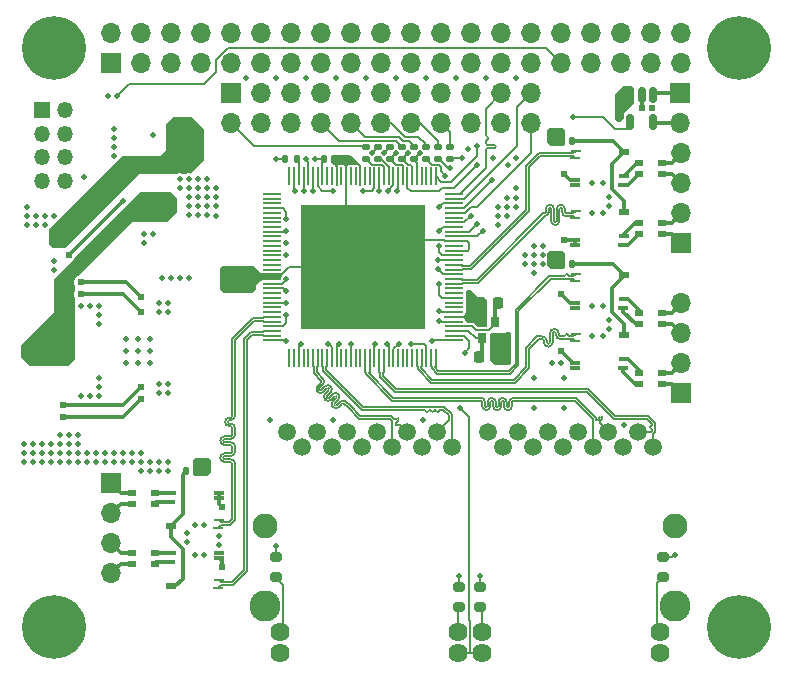
<source format=gbl>
%TF.GenerationSoftware,KiCad,Pcbnew,(6.0.2-0)*%
%TF.CreationDate,2022-10-21T16:11:50-05:00*%
%TF.ProjectId,little_switch,6c697474-6c65-45f7-9377-697463682e6b,1*%
%TF.SameCoordinates,PX4221330PY3d0af40*%
%TF.FileFunction,Copper,L4,Bot*%
%TF.FilePolarity,Positive*%
%FSLAX46Y46*%
G04 Gerber Fmt 4.6, Leading zero omitted, Abs format (unit mm)*
G04 Created by KiCad (PCBNEW (6.0.2-0)) date 2022-10-21 16:11:50*
%MOMM*%
%LPD*%
G01*
G04 APERTURE LIST*
G04 Aperture macros list*
%AMRoundRect*
0 Rectangle with rounded corners*
0 $1 Rounding radius*
0 $2 $3 $4 $5 $6 $7 $8 $9 X,Y pos of 4 corners*
0 Add a 4 corners polygon primitive as box body*
4,1,4,$2,$3,$4,$5,$6,$7,$8,$9,$2,$3,0*
0 Add four circle primitives for the rounded corners*
1,1,$1+$1,$2,$3*
1,1,$1+$1,$4,$5*
1,1,$1+$1,$6,$7*
1,1,$1+$1,$8,$9*
0 Add four rect primitives between the rounded corners*
20,1,$1+$1,$2,$3,$4,$5,0*
20,1,$1+$1,$4,$5,$6,$7,0*
20,1,$1+$1,$6,$7,$8,$9,0*
20,1,$1+$1,$8,$9,$2,$3,0*%
G04 Aperture macros list end*
%TA.AperFunction,SMDPad,CuDef*%
%ADD10R,0.800000X0.900000*%
%TD*%
%TA.AperFunction,ComponentPad*%
%ADD11R,1.700000X1.700000*%
%TD*%
%TA.AperFunction,ComponentPad*%
%ADD12O,1.700000X1.700000*%
%TD*%
%TA.AperFunction,ComponentPad*%
%ADD13R,1.350000X1.350000*%
%TD*%
%TA.AperFunction,ComponentPad*%
%ADD14O,1.350000X1.350000*%
%TD*%
%TA.AperFunction,ComponentPad*%
%ADD15C,5.400000*%
%TD*%
%TA.AperFunction,ComponentPad*%
%ADD16C,2.630000*%
%TD*%
%TA.AperFunction,ComponentPad*%
%ADD17C,2.120000*%
%TD*%
%TA.AperFunction,ComponentPad*%
%ADD18C,1.620000*%
%TD*%
%TA.AperFunction,ComponentPad*%
%ADD19C,1.510000*%
%TD*%
%TA.AperFunction,SMDPad,CuDef*%
%ADD20R,0.675000X0.475000*%
%TD*%
%TA.AperFunction,SMDPad,CuDef*%
%ADD21R,0.960000X0.270000*%
%TD*%
%TA.AperFunction,SMDPad,CuDef*%
%ADD22R,0.850000X0.280000*%
%TD*%
%TA.AperFunction,SMDPad,CuDef*%
%ADD23R,0.900000X0.385000*%
%TD*%
%TA.AperFunction,SMDPad,CuDef*%
%ADD24R,0.950000X0.500000*%
%TD*%
%TA.AperFunction,SMDPad,CuDef*%
%ADD25R,0.850000X0.340000*%
%TD*%
%TA.AperFunction,SMDPad,CuDef*%
%ADD26R,0.970000X0.330000*%
%TD*%
%TA.AperFunction,SMDPad,CuDef*%
%ADD27RoundRect,0.140000X0.140000X0.170000X-0.140000X0.170000X-0.140000X-0.170000X0.140000X-0.170000X0*%
%TD*%
%TA.AperFunction,SMDPad,CuDef*%
%ADD28RoundRect,0.135000X-0.185000X0.135000X-0.185000X-0.135000X0.185000X-0.135000X0.185000X0.135000X0*%
%TD*%
%TA.AperFunction,SMDPad,CuDef*%
%ADD29RoundRect,0.135000X-0.135000X-0.185000X0.135000X-0.185000X0.135000X0.185000X-0.135000X0.185000X0*%
%TD*%
%TA.AperFunction,SMDPad,CuDef*%
%ADD30RoundRect,0.200000X0.275000X-0.200000X0.275000X0.200000X-0.275000X0.200000X-0.275000X-0.200000X0*%
%TD*%
%TA.AperFunction,SMDPad,CuDef*%
%ADD31R,0.200000X1.540000*%
%TD*%
%TA.AperFunction,SMDPad,CuDef*%
%ADD32R,1.540000X0.200000*%
%TD*%
%TA.AperFunction,SMDPad,CuDef*%
%ADD33R,10.500000X10.500000*%
%TD*%
%TA.AperFunction,SMDPad,CuDef*%
%ADD34RoundRect,0.140000X-0.140000X-0.170000X0.140000X-0.170000X0.140000X0.170000X-0.140000X0.170000X0*%
%TD*%
%TA.AperFunction,SMDPad,CuDef*%
%ADD35RoundRect,0.225000X0.225000X0.250000X-0.225000X0.250000X-0.225000X-0.250000X0.225000X-0.250000X0*%
%TD*%
%TA.AperFunction,SMDPad,CuDef*%
%ADD36RoundRect,0.225000X-0.225000X-0.250000X0.225000X-0.250000X0.225000X0.250000X-0.225000X0.250000X0*%
%TD*%
%TA.AperFunction,SMDPad,CuDef*%
%ADD37RoundRect,0.150000X-0.150000X0.512500X-0.150000X-0.512500X0.150000X-0.512500X0.150000X0.512500X0*%
%TD*%
%TA.AperFunction,ViaPad*%
%ADD38C,0.508000*%
%TD*%
%TA.AperFunction,ViaPad*%
%ADD39C,0.609600*%
%TD*%
%TA.AperFunction,ViaPad*%
%ADD40C,0.711200*%
%TD*%
%TA.AperFunction,Conductor*%
%ADD41C,0.203200*%
%TD*%
%TA.AperFunction,Conductor*%
%ADD42C,0.127000*%
%TD*%
%TA.AperFunction,Conductor*%
%ADD43C,0.304800*%
%TD*%
%TA.AperFunction,Conductor*%
%ADD44C,0.152400*%
%TD*%
G04 APERTURE END LIST*
D10*
%TO.P,Y1,1,1*%
%TO.N,/config/XI*%
X36280000Y-24576000D03*
%TO.P,Y1,2,2*%
%TO.N,GND*%
X36280000Y-23176000D03*
%TO.P,Y1,3,3*%
%TO.N,/config/XO*%
X37380000Y-23176000D03*
%TO.P,Y1,4,4*%
%TO.N,GND*%
X37380000Y-24576000D03*
%TD*%
D11*
%TO.P,J5,1,Pin_1*%
%TO.N,/phy/JRX5_N*%
X53129993Y-16510000D03*
D12*
%TO.P,J5,2,Pin_2*%
%TO.N,/phy/JRX5_P*%
X53129993Y-13970000D03*
%TO.P,J5,3,Pin_3*%
%TO.N,/phy/JTX5_N*%
X53129993Y-11430000D03*
%TO.P,J5,4,Pin_4*%
%TO.N,/phy/JTX5_P*%
X53129993Y-8890000D03*
%TD*%
%TO.P,J6,4,Pin_4*%
%TO.N,/phy/JTX1_P*%
X53129993Y-21590000D03*
%TO.P,J6,3,Pin_3*%
%TO.N,/phy/JTX1_N*%
X53129993Y-24130000D03*
%TO.P,J6,2,Pin_2*%
%TO.N,/phy/JRX1_P*%
X53129993Y-26670000D03*
D11*
%TO.P,J6,1,Pin_1*%
%TO.N,/phy/JRX1_N*%
X53129993Y-29210000D03*
%TD*%
D12*
%TO.P,J4,4,Pin_4*%
%TO.N,/phy/JTX4_P*%
X4869993Y-44450000D03*
%TO.P,J4,3,Pin_3*%
%TO.N,/phy/JTX4_N*%
X4869993Y-41910000D03*
%TO.P,J4,2,Pin_2*%
%TO.N,/phy/JRX4_P*%
X4869993Y-39370000D03*
D11*
%TO.P,J4,1,Pin_1*%
%TO.N,/phy/JRX4_N*%
X4869993Y-36830000D03*
%TD*%
D13*
%TO.P,J2,1,Pin_1*%
%TO.N,+3V3*%
X-999998Y-5250002D03*
D14*
%TO.P,J2,2,Pin_2*%
%TO.N,/phy/TIMEPIX_TX*%
X1000002Y-5250002D03*
%TO.P,J2,3,Pin_3*%
%TO.N,unconnected-(J2-Pad3)*%
X-999998Y-7250002D03*
%TO.P,J2,4,Pin_4*%
%TO.N,/phy/TIMEPIX_RX*%
X1000002Y-7250002D03*
%TO.P,J2,5,Pin_5*%
%TO.N,unconnected-(J2-Pad5)*%
X-999998Y-9250002D03*
%TO.P,J2,6,Pin_6*%
%TO.N,/phy/TIMEPIX_RTS*%
X1000002Y-9250002D03*
%TO.P,J2,7,Pin_7*%
%TO.N,GND*%
X-999998Y-11250002D03*
%TO.P,J2,8,Pin_8*%
%TO.N,/phy/TIMEPIX_CTS*%
X1000002Y-11250002D03*
%TD*%
D11*
%TO.P,J7,1,Pin_1*%
%TO.N,GND*%
X15029993Y-3810000D03*
D12*
%TO.P,J7,2,Pin_2*%
%TO.N,Net-(J7-Pad2)*%
X15029993Y-6350000D03*
%TO.P,J7,3,Pin_3*%
%TO.N,GND*%
X17569993Y-3810000D03*
%TO.P,J7,4,Pin_4*%
%TO.N,Net-(J7-Pad4)*%
X17569993Y-6350000D03*
%TO.P,J7,5,Pin_5*%
%TO.N,GND*%
X20109993Y-3810000D03*
%TO.P,J7,6,Pin_6*%
%TO.N,Net-(J7-Pad6)*%
X20109993Y-6350000D03*
%TO.P,J7,7,Pin_7*%
%TO.N,GND*%
X22649993Y-3810000D03*
%TO.P,J7,8,Pin_8*%
%TO.N,Net-(J7-Pad8)*%
X22649993Y-6350000D03*
%TO.P,J7,9,Pin_9*%
%TO.N,GND*%
X25189993Y-3810000D03*
%TO.P,J7,10,Pin_10*%
%TO.N,Net-(J7-Pad10)*%
X25189993Y-6350000D03*
%TO.P,J7,11,Pin_11*%
%TO.N,GND*%
X27729993Y-3810000D03*
%TO.P,J7,12,Pin_12*%
%TO.N,Net-(J7-Pad12)*%
X27729993Y-6350000D03*
%TO.P,J7,13,Pin_13*%
%TO.N,GND*%
X30269993Y-3810000D03*
%TO.P,J7,14,Pin_14*%
%TO.N,Net-(J7-Pad14)*%
X30269993Y-6350000D03*
%TO.P,J7,15,Pin_15*%
%TO.N,GND*%
X32809993Y-3810000D03*
%TO.P,J7,16,Pin_16*%
%TO.N,Net-(J7-Pad16)*%
X32809993Y-6350000D03*
%TO.P,J7,17,Pin_17*%
%TO.N,+3V3*%
X35349993Y-3810000D03*
%TO.P,J7,18,Pin_18*%
%TO.N,Net-(J7-Pad18)*%
X35349993Y-6350000D03*
%TO.P,J7,19,Pin_19*%
%TO.N,/config/SPI.SDI*%
X37889993Y-3810000D03*
%TO.P,J7,20,Pin_20*%
%TO.N,/config/SPI.nCS3*%
X37889993Y-6350000D03*
%TO.P,J7,21,Pin_21*%
%TO.N,/config/SPI.SDO*%
X40429993Y-3810000D03*
%TO.P,J7,22,Pin_22*%
%TO.N,/config/SPI.SCK*%
X40429993Y-6350000D03*
%TD*%
D11*
%TO.P,J1,1,Pin_1*%
%TO.N,unconnected-(J1-Pad1)*%
X4870000Y-1270000D03*
D12*
%TO.P,J1,2,Pin_2*%
%TO.N,+5V*%
X4870000Y1270000D03*
%TO.P,J1,3,Pin_3*%
%TO.N,unconnected-(J1-Pad3)*%
X7410000Y-1270000D03*
%TO.P,J1,4,Pin_4*%
%TO.N,+5V*%
X7410000Y1270000D03*
%TO.P,J1,5,Pin_5*%
%TO.N,unconnected-(J1-Pad5)*%
X9950000Y-1270000D03*
%TO.P,J1,6,Pin_6*%
%TO.N,GND*%
X9950000Y1270000D03*
%TO.P,J1,7,Pin_7*%
%TO.N,/phy/TIMEPIX_TX*%
X12490000Y-1270000D03*
%TO.P,J1,8,Pin_8*%
%TO.N,unconnected-(J1-Pad8)*%
X12490000Y1270000D03*
%TO.P,J1,9,Pin_9*%
%TO.N,GND*%
X15030000Y-1270000D03*
%TO.P,J1,10,Pin_10*%
%TO.N,unconnected-(J1-Pad10)*%
X15030000Y1270000D03*
%TO.P,J1,11,Pin_11*%
%TO.N,/phy/RTS0{slash}1*%
X17570000Y-1270000D03*
%TO.P,J1,12,Pin_12*%
%TO.N,unconnected-(J1-Pad12)*%
X17570000Y1270000D03*
%TO.P,J1,13,Pin_13*%
%TO.N,unconnected-(J1-Pad13)*%
X20110000Y-1270000D03*
%TO.P,J1,14,Pin_14*%
%TO.N,GND*%
X20110000Y1270000D03*
%TO.P,J1,15,Pin_15*%
%TO.N,unconnected-(J1-Pad15)*%
X22650000Y-1270000D03*
%TO.P,J1,16,Pin_16*%
%TO.N,unconnected-(J1-Pad16)*%
X22650000Y1270000D03*
%TO.P,J1,17,Pin_17*%
%TO.N,unconnected-(J1-Pad17)*%
X25190000Y-1270000D03*
%TO.P,J1,18,Pin_18*%
%TO.N,unconnected-(J1-Pad18)*%
X25190000Y1270000D03*
%TO.P,J1,19,Pin_19*%
%TO.N,unconnected-(J1-Pad19)*%
X27730000Y-1270000D03*
%TO.P,J1,20,Pin_20*%
%TO.N,GND*%
X27730000Y1270000D03*
%TO.P,J1,21,Pin_21*%
%TO.N,unconnected-(J1-Pad21)*%
X30270000Y-1270000D03*
%TO.P,J1,22,Pin_22*%
%TO.N,unconnected-(J1-Pad22)*%
X30270000Y1270000D03*
%TO.P,J1,23,Pin_23*%
%TO.N,unconnected-(J1-Pad23)*%
X32810000Y-1270000D03*
%TO.P,J1,24,Pin_24*%
%TO.N,unconnected-(J1-Pad24)*%
X32810000Y1270000D03*
%TO.P,J1,25,Pin_25*%
%TO.N,GND*%
X35350000Y-1270000D03*
%TO.P,J1,26,Pin_26*%
%TO.N,/phy/TIMEPIX_RTS*%
X35350000Y1270000D03*
%TO.P,J1,27,Pin_27*%
%TO.N,unconnected-(J1-Pad27)*%
X37890000Y-1270000D03*
%TO.P,J1,28,Pin_28*%
%TO.N,unconnected-(J1-Pad28)*%
X37890000Y1270000D03*
%TO.P,J1,29,Pin_29*%
%TO.N,/phy/TIMEPIX_RX*%
X40430000Y-1270000D03*
%TO.P,J1,30,Pin_30*%
%TO.N,GND*%
X40430000Y1270000D03*
%TO.P,J1,31,Pin_31*%
%TO.N,/phy/TIMEPIX_CTS*%
X42970000Y-1270000D03*
%TO.P,J1,32,Pin_32*%
%TO.N,unconnected-(J1-Pad32)*%
X42970000Y1270000D03*
%TO.P,J1,33,Pin_33*%
%TO.N,unconnected-(J1-Pad33)*%
X45510000Y-1270000D03*
%TO.P,J1,34,Pin_34*%
%TO.N,GND*%
X45510000Y1270000D03*
%TO.P,J1,35,Pin_35*%
%TO.N,unconnected-(J1-Pad35)*%
X48050000Y-1270000D03*
%TO.P,J1,36,Pin_36*%
%TO.N,/phy/CTS0{slash}1*%
X48050000Y1270000D03*
%TO.P,J1,37,Pin_37*%
%TO.N,unconnected-(J1-Pad37)*%
X50590000Y-1270000D03*
%TO.P,J1,38,Pin_38*%
%TO.N,unconnected-(J1-Pad38)*%
X50590000Y1270000D03*
%TO.P,J1,39,Pin_39*%
%TO.N,GND*%
X53130000Y-1270000D03*
%TO.P,J1,40,Pin_40*%
%TO.N,unconnected-(J1-Pad40)*%
X53130000Y1270000D03*
%TD*%
D15*
%TO.P,H1,1,1*%
%TO.N,GND*%
X0Y0D03*
%TD*%
%TO.P,H2,1,1*%
%TO.N,GND*%
X58000000Y0D03*
%TD*%
D16*
%TO.P,J3,H1A*%
%TO.N,GNDPWR*%
X52575000Y-47220000D03*
%TO.P,J3,H1B*%
X17925000Y-47220000D03*
D17*
%TO.P,J3,H2A*%
X52575000Y-40460000D03*
%TO.P,J3,H2B*%
X17925000Y-40460000D03*
D18*
%TO.P,J3,L1A*%
%TO.N,Net-(J3-PadL1A)*%
X36265000Y-49450000D03*
%TO.P,J3,L1B*%
%TO.N,Net-(J3-PadL1B)*%
X19195000Y-49450000D03*
%TO.P,J3,L2A*%
%TO.N,+2V5*%
X36265000Y-51230000D03*
%TO.P,J3,L2B*%
X19195000Y-51230000D03*
%TO.P,J3,L3A*%
%TO.N,Net-(J3-PadL3A)*%
X51305000Y-49450000D03*
%TO.P,J3,L3B*%
%TO.N,Net-(J3-PadL3B)*%
X34235000Y-49450000D03*
%TO.P,J3,L4A*%
%TO.N,+2V5*%
X51305000Y-51230000D03*
%TO.P,J3,L4B*%
X34235000Y-51230000D03*
D19*
%TO.P,J3,P1A*%
%TO.N,/phy/TX2_P*%
X50770000Y-33750000D03*
%TO.P,J3,P1B*%
%TO.N,/phy/TX3_P*%
X33700000Y-33750000D03*
%TO.P,J3,P2A*%
%TO.N,/phy/TX2_N*%
X49500000Y-32480000D03*
%TO.P,J3,P2B*%
%TO.N,/phy/TX3_N*%
X32430000Y-32480000D03*
%TO.P,J3,P3A*%
%TO.N,Net-(C1-Pad2)*%
X48230000Y-33750000D03*
%TO.P,J3,P3B*%
%TO.N,Net-(C2-Pad2)*%
X31160000Y-33750000D03*
%TO.P,J3,P4A*%
%TO.N,/phy/RX2_P*%
X46960000Y-32480000D03*
%TO.P,J3,P4B*%
%TO.N,/phy/RX3_P*%
X29890000Y-32480000D03*
%TO.P,J3,P5A*%
%TO.N,/phy/RX2_N*%
X45690000Y-33750000D03*
%TO.P,J3,P5B*%
%TO.N,/phy/RX3_N*%
X28620000Y-33750000D03*
%TO.P,J3,P6A*%
%TO.N,Net-(C1-Pad2)*%
X44420000Y-32480000D03*
%TO.P,J3,P6B*%
%TO.N,Net-(C2-Pad2)*%
X27350000Y-32480000D03*
%TO.P,J3,P7A*%
%TO.N,Net-(J3-PadP7A)*%
X43150000Y-33750000D03*
%TO.P,J3,P7B*%
%TO.N,Net-(J3-PadP7B)*%
X26080000Y-33750000D03*
%TO.P,J3,P8A*%
%TO.N,Net-(J3-PadP7A)*%
X41880000Y-32480000D03*
%TO.P,J3,P8B*%
%TO.N,Net-(J3-PadP7B)*%
X24810000Y-32480000D03*
%TO.P,J3,P9A*%
%TO.N,Net-(C3-Pad2)*%
X40610000Y-33750000D03*
%TO.P,J3,P9B*%
%TO.N,Net-(C4-Pad2)*%
X23540000Y-33750000D03*
%TO.P,J3,P10A*%
%TO.N,Net-(J3-PadP10A)*%
X39340000Y-32480000D03*
%TO.P,J3,P10B*%
%TO.N,Net-(J3-PadP10B)*%
X22270000Y-32480000D03*
%TO.P,J3,P11A*%
%TO.N,Net-(J3-PadP10A)*%
X38070000Y-33750000D03*
%TO.P,J3,P11B*%
%TO.N,Net-(J3-PadP10B)*%
X21000000Y-33750000D03*
%TO.P,J3,P12A*%
%TO.N,Net-(C3-Pad2)*%
X36800000Y-32480000D03*
%TO.P,J3,P12B*%
%TO.N,Net-(C4-Pad2)*%
X19730000Y-32480000D03*
%TD*%
D15*
%TO.P,H3,1,1*%
%TO.N,GNDPWR*%
X0Y-49000000D03*
%TD*%
%TO.P,H4,1,1*%
%TO.N,GNDPWR*%
X58000000Y-49000000D03*
%TD*%
D20*
%TO.P,FL1,1*%
%TO.N,Net-(FL1-Pad1)*%
X8582500Y-42717500D03*
%TO.P,FL1,2*%
%TO.N,/phy/JTX4_N*%
X6657500Y-42717500D03*
%TO.P,FL1,3*%
%TO.N,/phy/JTX4_P*%
X6657500Y-43642500D03*
%TO.P,FL1,4*%
%TO.N,Net-(FL1-Pad4)*%
X8582500Y-43642500D03*
%TD*%
D21*
%TO.P,TR5,1*%
%TO.N,/phy/TX1_P*%
X44208000Y-19094000D03*
D22*
%TO.P,TR5,2*%
%TO.N,/phy/TX1_N*%
X44153000Y-19739000D03*
D23*
%TO.P,TR5,3*%
%TO.N,Net-(R14-Pad1)*%
X44178000Y-21611500D03*
%TO.P,TR5,4*%
X44178000Y-21996500D03*
D24*
%TO.P,TR5,5*%
%TO.N,Net-(C9-Pad2)*%
X48253000Y-19209000D03*
D25*
%TO.P,TR5,6*%
%TO.N,Net-(FL5-Pad4)*%
X48303000Y-21239000D03*
D26*
%TO.P,TR5,7*%
%TO.N,Net-(FL5-Pad1)*%
X48243000Y-22024000D03*
%TD*%
D27*
%TO.P,C7,1*%
%TO.N,GND*%
X12164000Y-35814000D03*
%TO.P,C7,2*%
%TO.N,Net-(C7-Pad2)*%
X11204000Y-35814000D03*
%TD*%
D28*
%TO.P,R18,1*%
%TO.N,Net-(J7-Pad8)*%
X29464000Y-8380000D03*
%TO.P,R18,2*%
%TO.N,/config/LED2_0*%
X29464000Y-9400000D03*
%TD*%
%TO.P,R19,1*%
%TO.N,Net-(J7-Pad10)*%
X30480000Y-8380000D03*
%TO.P,R19,2*%
%TO.N,/config/LED2_1*%
X30480000Y-9400000D03*
%TD*%
D27*
%TO.P,C47,1*%
%TO.N,GND*%
X23848000Y-9398000D03*
%TO.P,C47,2*%
%TO.N,+2V5*%
X22888000Y-9398000D03*
%TD*%
D20*
%TO.P,FL4,1*%
%TO.N,Net-(FL4-Pad1)*%
X49583500Y-15702500D03*
%TO.P,FL4,2*%
%TO.N,/phy/JRX5_N*%
X51508500Y-15702500D03*
%TO.P,FL4,3*%
%TO.N,/phy/JRX5_P*%
X51508500Y-14777500D03*
%TO.P,FL4,4*%
%TO.N,Net-(FL4-Pad4)*%
X49583500Y-14777500D03*
%TD*%
D21*
%TO.P,TR3,1*%
%TO.N,/phy/TX5_P*%
X44208000Y-8680000D03*
D22*
%TO.P,TR3,2*%
%TO.N,/phy/TX5_N*%
X44153000Y-9325000D03*
D23*
%TO.P,TR3,3*%
%TO.N,Net-(R13-Pad1)*%
X44178000Y-11197500D03*
%TO.P,TR3,4*%
X44178000Y-11582500D03*
D24*
%TO.P,TR3,5*%
%TO.N,Net-(C8-Pad2)*%
X48253000Y-8795000D03*
D25*
%TO.P,TR3,6*%
%TO.N,Net-(FL3-Pad4)*%
X48303000Y-10825000D03*
D26*
%TO.P,TR3,7*%
%TO.N,Net-(FL3-Pad1)*%
X48243000Y-11610000D03*
%TD*%
D29*
%TO.P,R23,1*%
%TO.N,Net-(J7-Pad18)*%
X19556000Y-9398000D03*
%TO.P,R23,2*%
%TO.N,/config/IBA*%
X20576000Y-9398000D03*
%TD*%
D30*
%TO.P,R8,1*%
%TO.N,Net-(J3-PadL3B)*%
X34290000Y-47307000D03*
%TO.P,R8,2*%
%TO.N,/config/LED3_1*%
X34290000Y-45657000D03*
%TD*%
D31*
%TO.P,U1,1,TX1_P*%
%TO.N,/phy/TX1_P*%
X32362000Y-26242000D03*
%TO.P,U1,2,TX1_N*%
%TO.N,/phy/TX1_N*%
X31962000Y-26242000D03*
%TO.P,U1,3,AVDDL*%
%TO.N,+1V2*%
X31562000Y-26242000D03*
%TO.P,U1,4,RX1_P*%
%TO.N,/phy/RX1_P*%
X31162000Y-26242000D03*
%TO.P,U1,5,RX1_N*%
%TO.N,/phy/RX1_N*%
X30762000Y-26242000D03*
%TO.P,U1,6*%
%TO.N,N/C*%
X30362000Y-26242000D03*
%TO.P,U1,7*%
X29962000Y-26242000D03*
%TO.P,U1,8*%
X29562000Y-26242000D03*
%TO.P,U1,9*%
X29162000Y-26242000D03*
%TO.P,U1,10,AVDDH*%
%TO.N,+2V5*%
X28762000Y-26242000D03*
%TO.P,U1,11,DVDDL*%
%TO.N,+1V2*%
X28362000Y-26242000D03*
%TO.P,U1,12,TX2_P*%
%TO.N,/phy/TX2_P*%
X27962000Y-26242000D03*
%TO.P,U1,13,TX2_N*%
%TO.N,/phy/TX2_N*%
X27562000Y-26242000D03*
%TO.P,U1,14,AVDDL*%
%TO.N,+1V2*%
X27162000Y-26242000D03*
%TO.P,U1,15,RX2_P*%
%TO.N,/phy/RX2_P*%
X26762000Y-26242000D03*
%TO.P,U1,16,RX2_N*%
%TO.N,/phy/RX2_N*%
X26362000Y-26242000D03*
%TO.P,U1,17*%
%TO.N,N/C*%
X25962000Y-26242000D03*
%TO.P,U1,18*%
X25562000Y-26242000D03*
%TO.P,U1,19,AVDDL*%
%TO.N,+1V2*%
X25162000Y-26242000D03*
%TO.P,U1,20*%
%TO.N,N/C*%
X24762000Y-26242000D03*
%TO.P,U1,21*%
X24362000Y-26242000D03*
%TO.P,U1,22,AVDDH*%
%TO.N,+2V5*%
X23962000Y-26242000D03*
%TO.P,U1,23,DVDDL*%
%TO.N,+1V2*%
X23562000Y-26242000D03*
%TO.P,U1,24,TX3_P*%
%TO.N,/phy/TX3_P*%
X23162000Y-26242000D03*
%TO.P,U1,25,TX3_N*%
%TO.N,/phy/TX3_N*%
X22762000Y-26242000D03*
%TO.P,U1,26,RX3_P*%
%TO.N,/phy/RX3_P*%
X22362000Y-26242000D03*
%TO.P,U1,27,RX3_N*%
%TO.N,/phy/RX3_N*%
X21962000Y-26242000D03*
%TO.P,U1,28*%
%TO.N,N/C*%
X21562000Y-26242000D03*
%TO.P,U1,29*%
X21162000Y-26242000D03*
%TO.P,U1,30,AVDDL*%
%TO.N,+1V2*%
X20762000Y-26242000D03*
%TO.P,U1,31*%
%TO.N,N/C*%
X20362000Y-26242000D03*
%TO.P,U1,32*%
X19962000Y-26242000D03*
D32*
%TO.P,U1,33,AVDDH*%
%TO.N,+2V5*%
X18462000Y-24742000D03*
%TO.P,U1,34,TX4_P*%
%TO.N,/phy/TX4_P*%
X18462000Y-24342000D03*
%TO.P,U1,35,TX4_N*%
%TO.N,/phy/TX4_N*%
X18462000Y-23942000D03*
%TO.P,U1,36,AVDDL*%
%TO.N,+1V2*%
X18462000Y-23542000D03*
%TO.P,U1,37,RX4_P*%
%TO.N,/phy/RX4_P*%
X18462000Y-23142000D03*
%TO.P,U1,38,RX4_N*%
%TO.N,/phy/RX4_N*%
X18462000Y-22742000D03*
%TO.P,U1,39*%
%TO.N,N/C*%
X18462000Y-22342000D03*
%TO.P,U1,40*%
X18462000Y-21942000D03*
%TO.P,U1,41,AVDDL*%
%TO.N,+1V2*%
X18462000Y-21542000D03*
%TO.P,U1,42*%
%TO.N,N/C*%
X18462000Y-21142000D03*
%TO.P,U1,43*%
X18462000Y-20742000D03*
%TO.P,U1,44,AVDDH*%
%TO.N,+2V5*%
X18462000Y-20342000D03*
%TO.P,U1,45,DVDDL*%
%TO.N,+1V2*%
X18462000Y-19942000D03*
%TO.P,U1,46,GND*%
%TO.N,GND*%
X18462000Y-19542000D03*
%TO.P,U1,47,GND*%
X18462000Y-19142000D03*
%TO.P,U1,48,TX6_CLK/REFCLK*%
%TO.N,unconnected-(U1-Pad48)*%
X18462000Y-18742000D03*
%TO.P,U1,49,TX6_EN/CTL*%
%TO.N,unconnected-(U1-Pad49)*%
X18462000Y-18342000D03*
%TO.P,U1,50,TX6_ER*%
%TO.N,unconnected-(U1-Pad50)*%
X18462000Y-17942000D03*
%TO.P,U1,51,TX6_COL*%
%TO.N,unconnected-(U1-Pad51)*%
X18462000Y-17542000D03*
%TO.P,U1,52,TX6_3*%
%TO.N,unconnected-(U1-Pad52)*%
X18462000Y-17142000D03*
%TO.P,U1,53,TX6_2*%
%TO.N,unconnected-(U1-Pad53)*%
X18462000Y-16742000D03*
%TO.P,U1,54,TX6_1*%
%TO.N,unconnected-(U1-Pad54)*%
X18462000Y-16342000D03*
%TO.P,U1,55,TX6_0*%
%TO.N,unconnected-(U1-Pad55)*%
X18462000Y-15942000D03*
%TO.P,U1,56,DVDDL*%
%TO.N,+1V2*%
X18462000Y-15542000D03*
%TO.P,U1,57,RX6_CLK/REFCLK*%
%TO.N,unconnected-(U1-Pad57)*%
X18462000Y-15142000D03*
%TO.P,U1,58,RX6_DV/CRS/CTL*%
%TO.N,unconnected-(U1-Pad58)*%
X18462000Y-14742000D03*
%TO.P,U1,59,RX6_ER*%
%TO.N,unconnected-(U1-Pad59)*%
X18462000Y-14342000D03*
%TO.P,U1,60,RX6_CRS*%
%TO.N,unconnected-(U1-Pad60)*%
X18462000Y-13942000D03*
%TO.P,U1,61,VDDIO*%
%TO.N,+3V3*%
X18462000Y-13542000D03*
%TO.P,U1,62,RX6_3*%
%TO.N,unconnected-(U1-Pad62)*%
X18462000Y-13142000D03*
%TO.P,U1,63,RX6_2*%
%TO.N,unconnected-(U1-Pad63)*%
X18462000Y-12742000D03*
%TO.P,U1,64,RX6_1*%
%TO.N,unconnected-(U1-Pad64)*%
X18462000Y-12342000D03*
D31*
%TO.P,U1,65,RX6_0*%
%TO.N,unconnected-(U1-Pad65)*%
X19962000Y-10842000D03*
%TO.P,U1,66,DVDDL*%
%TO.N,+1V2*%
X20362000Y-10842000D03*
%TO.P,U1,67,IBA*%
%TO.N,/config/IBA*%
X20762000Y-10842000D03*
%TO.P,U1,68,VDDIO*%
%TO.N,+3V3*%
X21162000Y-10842000D03*
%TO.P,U1,69,GND*%
%TO.N,GND*%
X21562000Y-10842000D03*
%TO.P,U1,70,DVDDL*%
%TO.N,+1V2*%
X21962000Y-10842000D03*
%TO.P,U1,71,VDDLS*%
X22362000Y-10842000D03*
%TO.P,U1,72,VDDHS*%
%TO.N,+2V5*%
X22762000Y-10842000D03*
%TO.P,U1,73*%
%TO.N,N/C*%
X23162000Y-10842000D03*
%TO.P,U1,74*%
X23562000Y-10842000D03*
%TO.P,U1,75,GND*%
%TO.N,GND*%
X23962000Y-10842000D03*
%TO.P,U1,76,SREXT*%
%TO.N,unconnected-(U1-Pad76)*%
X24362000Y-10842000D03*
%TO.P,U1,77,GND*%
%TO.N,GND*%
X24762000Y-10842000D03*
%TO.P,U1,78,SIN_N*%
%TO.N,unconnected-(U1-Pad78)*%
X25162000Y-10842000D03*
%TO.P,U1,79,SIN_P*%
%TO.N,unconnected-(U1-Pad79)*%
X25562000Y-10842000D03*
%TO.P,U1,80,GND*%
%TO.N,GND*%
X25962000Y-10842000D03*
%TO.P,U1,81,SOUT_P*%
%TO.N,unconnected-(U1-Pad81)*%
X26362000Y-10842000D03*
%TO.P,U1,82,SOUT_N*%
%TO.N,unconnected-(U1-Pad82)*%
X26762000Y-10842000D03*
%TO.P,U1,83,VDDHS*%
%TO.N,+2V5*%
X27162000Y-10842000D03*
%TO.P,U1,84,VDDLS*%
%TO.N,+1V2*%
X27562000Y-10842000D03*
%TO.P,U1,85,LED4_0*%
%TO.N,/config/LED4_0*%
X27962000Y-10842000D03*
%TO.P,U1,86,LED4_1*%
%TO.N,/config/LED4_1*%
X28362000Y-10842000D03*
%TO.P,U1,87,DVDDL*%
%TO.N,+1V2*%
X28762000Y-10842000D03*
%TO.P,U1,88,LED3_0*%
%TO.N,/config/LED3_0*%
X29162000Y-10842000D03*
%TO.P,U1,89,LED3_1*%
%TO.N,/config/LED3_1*%
X29562000Y-10842000D03*
%TO.P,U1,90,GPIO*%
%TO.N,/config/SYNC*%
X29962000Y-10842000D03*
%TO.P,U1,91,LED2_0*%
%TO.N,/config/LED2_0*%
X30362000Y-10842000D03*
%TO.P,U1,92,LED2_1*%
%TO.N,/config/LED2_1*%
X30762000Y-10842000D03*
%TO.P,U1,93,PME*%
%TO.N,unconnected-(U1-Pad93)*%
X31162000Y-10842000D03*
%TO.P,U1,94,INTRP*%
%TO.N,unconnected-(U1-Pad94)*%
X31562000Y-10842000D03*
%TO.P,U1,95,SYNCLKO*%
%TO.N,unconnected-(U1-Pad95)*%
X31962000Y-10842000D03*
%TO.P,U1,96,RESET*%
%TO.N,/config/nRST_SWITCH*%
X32362000Y-10842000D03*
D32*
%TO.P,U1,97,SDO*%
%TO.N,/config/SPI.SDI*%
X33862000Y-12342000D03*
%TO.P,U1,98,SDI/SDA/MDIO*%
%TO.N,/config/SPI.SDO*%
X33862000Y-12742000D03*
%TO.P,U1,99,VDDIO*%
%TO.N,+3V3*%
X33862000Y-13142000D03*
%TO.P,U1,100,SCS*%
%TO.N,/config/SPI.nCS3*%
X33862000Y-13542000D03*
%TO.P,U1,101,SCL/MDC*%
%TO.N,/config/SPI.SCK*%
X33862000Y-13942000D03*
%TO.P,U1,102,LED5_0*%
%TO.N,/config/LED5_0*%
X33862000Y-14342000D03*
%TO.P,U1,103,LED5_1*%
%TO.N,/config/LED5_1*%
X33862000Y-14742000D03*
%TO.P,U1,104,DVDDL*%
%TO.N,+1V2*%
X33862000Y-15142000D03*
%TO.P,U1,105,LED1_0*%
%TO.N,/config/LED1_0*%
X33862000Y-15542000D03*
%TO.P,U1,106,LED1_1*%
%TO.N,/config/LED1_1*%
X33862000Y-15942000D03*
%TO.P,U1,107,GND*%
%TO.N,GND*%
X33862000Y-16342000D03*
%TO.P,U1,108*%
%TO.N,N/C*%
X33862000Y-16742000D03*
%TO.P,U1,109,GND*%
%TO.N,GND*%
X33862000Y-17142000D03*
%TO.P,U1,110,DVDDL*%
%TO.N,+1V2*%
X33862000Y-17542000D03*
%TO.P,U1,111,AVDDH*%
%TO.N,+2V5*%
X33862000Y-17942000D03*
%TO.P,U1,112,TX5_P*%
%TO.N,/phy/TX5_P*%
X33862000Y-18342000D03*
%TO.P,U1,113,TX5_N*%
%TO.N,/phy/TX5_N*%
X33862000Y-18742000D03*
%TO.P,U1,114,AVDDL*%
%TO.N,+1V2*%
X33862000Y-19142000D03*
%TO.P,U1,115,RX5_P*%
%TO.N,/phy/RX5_P*%
X33862000Y-19542000D03*
%TO.P,U1,116,RX5_N*%
%TO.N,/phy/RX5_N*%
X33862000Y-19942000D03*
%TO.P,U1,117*%
%TO.N,N/C*%
X33862000Y-20342000D03*
%TO.P,U1,118*%
X33862000Y-20742000D03*
%TO.P,U1,119,AVDDL*%
%TO.N,+1V2*%
X33862000Y-21142000D03*
%TO.P,U1,120*%
%TO.N,N/C*%
X33862000Y-21542000D03*
%TO.P,U1,121*%
X33862000Y-21942000D03*
%TO.P,U1,122,AVDDH*%
%TO.N,+2V5*%
X33862000Y-22342000D03*
%TO.P,U1,123,GND*%
%TO.N,GND*%
X33862000Y-22742000D03*
%TO.P,U1,124,AVDDL*%
%TO.N,+1V2*%
X33862000Y-23142000D03*
%TO.P,U1,125,XO*%
%TO.N,/config/XO*%
X33862000Y-23542000D03*
%TO.P,U1,126,XI*%
%TO.N,/config/XI*%
X33862000Y-23942000D03*
%TO.P,U1,127,ISET*%
%TO.N,Net-(R24-Pad1)*%
X33862000Y-24342000D03*
%TO.P,U1,128,AVDDH*%
%TO.N,+2V5*%
X33862000Y-24742000D03*
D33*
%TO.P,U1,EP,GND*%
%TO.N,GND*%
X26162000Y-18542000D03*
%TD*%
D30*
%TO.P,R7,1*%
%TO.N,Net-(J3-PadL1B)*%
X18796000Y-44767000D03*
%TO.P,R7,2*%
%TO.N,/config/LED3_0*%
X18796000Y-43117000D03*
%TD*%
D28*
%TO.P,R17,1*%
%TO.N,Net-(J7-Pad6)*%
X28448000Y-8380000D03*
%TO.P,R17,2*%
%TO.N,/config/LED3_1*%
X28448000Y-9400000D03*
%TD*%
D34*
%TO.P,C9,2*%
%TO.N,Net-(C9-Pad2)*%
X43914000Y-18288000D03*
%TO.P,C9,1*%
%TO.N,GND*%
X42954000Y-18288000D03*
%TD*%
D11*
%TO.P,J8,1,Pin_1*%
%TO.N,/config/SYNC+*%
X53061006Y-3829990D03*
D12*
%TO.P,J8,2,Pin_2*%
%TO.N,/config/SYNC-*%
X53061006Y-6369990D03*
%TD*%
D20*
%TO.P,FL2,1*%
%TO.N,Net-(FL2-Pad1)*%
X8582500Y-37637500D03*
%TO.P,FL2,2*%
%TO.N,/phy/JRX4_N*%
X6657500Y-37637500D03*
%TO.P,FL2,3*%
%TO.N,/phy/JRX4_P*%
X6657500Y-38562500D03*
%TO.P,FL2,4*%
%TO.N,Net-(FL2-Pad4)*%
X8582500Y-38562500D03*
%TD*%
D35*
%TO.P,C48,1*%
%TO.N,GND*%
X37605000Y-26162000D03*
%TO.P,C48,2*%
%TO.N,/config/XI*%
X36055000Y-26162000D03*
%TD*%
D20*
%TO.P,FL5,1*%
%TO.N,Net-(FL5-Pad1)*%
X49583500Y-23322500D03*
%TO.P,FL5,2*%
%TO.N,/phy/JTX1_N*%
X51508500Y-23322500D03*
%TO.P,FL5,3*%
%TO.N,/phy/JTX1_P*%
X51508500Y-22397500D03*
%TO.P,FL5,4*%
%TO.N,Net-(FL5-Pad4)*%
X49583500Y-22397500D03*
%TD*%
D28*
%TO.P,R16,1*%
%TO.N,Net-(J7-Pad4)*%
X27432000Y-8380000D03*
%TO.P,R16,2*%
%TO.N,/config/LED4_1*%
X27432000Y-9400000D03*
%TD*%
D21*
%TO.P,TR6,1*%
%TO.N,/phy/RX1_P*%
X44208000Y-24174000D03*
D22*
%TO.P,TR6,2*%
%TO.N,/phy/RX1_N*%
X44153000Y-24819000D03*
D23*
%TO.P,TR6,3*%
%TO.N,Net-(R11-Pad1)*%
X44178000Y-26691500D03*
%TO.P,TR6,4*%
X44178000Y-27076500D03*
D24*
%TO.P,TR6,5*%
%TO.N,Net-(C9-Pad2)*%
X48253000Y-24289000D03*
D25*
%TO.P,TR6,6*%
%TO.N,Net-(FL6-Pad4)*%
X48303000Y-26319000D03*
D26*
%TO.P,TR6,7*%
%TO.N,Net-(FL6-Pad1)*%
X48243000Y-27104000D03*
%TD*%
D28*
%TO.P,R20,1*%
%TO.N,Net-(J7-Pad12)*%
X31496000Y-8380000D03*
%TO.P,R20,2*%
%TO.N,/config/LED5_1*%
X31496000Y-9400000D03*
%TD*%
D21*
%TO.P,TR1,1*%
%TO.N,/phy/TX4_P*%
X13958000Y-45676000D03*
D22*
%TO.P,TR1,2*%
%TO.N,/phy/TX4_N*%
X14013000Y-45031000D03*
D23*
%TO.P,TR1,3*%
%TO.N,Net-(R12-Pad1)*%
X13988000Y-43158500D03*
%TO.P,TR1,4*%
X13988000Y-42773500D03*
D24*
%TO.P,TR1,5*%
%TO.N,Net-(C7-Pad2)*%
X9913000Y-45561000D03*
D25*
%TO.P,TR1,6*%
%TO.N,Net-(FL1-Pad4)*%
X9863000Y-43531000D03*
D26*
%TO.P,TR1,7*%
%TO.N,Net-(FL1-Pad1)*%
X9923000Y-42746000D03*
%TD*%
D28*
%TO.P,R15,1*%
%TO.N,Net-(J7-Pad2)*%
X26416000Y-8380000D03*
%TO.P,R15,2*%
%TO.N,/config/LED4_0*%
X26416000Y-9400000D03*
%TD*%
D34*
%TO.P,C8,1*%
%TO.N,GND*%
X42954000Y-7874000D03*
%TO.P,C8,2*%
%TO.N,Net-(C8-Pad2)*%
X43914000Y-7874000D03*
%TD*%
D28*
%TO.P,R21,1*%
%TO.N,Net-(J7-Pad14)*%
X32512000Y-8380000D03*
%TO.P,R21,2*%
%TO.N,/config/LED1_0*%
X32512000Y-9400000D03*
%TD*%
D20*
%TO.P,FL3,1*%
%TO.N,Net-(FL3-Pad1)*%
X49583500Y-10622500D03*
%TO.P,FL3,2*%
%TO.N,/phy/JTX5_N*%
X51508500Y-10622500D03*
%TO.P,FL3,3*%
%TO.N,/phy/JTX5_P*%
X51508500Y-9697500D03*
%TO.P,FL3,4*%
%TO.N,Net-(FL3-Pad4)*%
X49583500Y-9697500D03*
%TD*%
D30*
%TO.P,R6,1*%
%TO.N,Net-(J3-PadL3A)*%
X51562000Y-44767000D03*
%TO.P,R6,2*%
%TO.N,/config/LED2_1*%
X51562000Y-43117000D03*
%TD*%
D28*
%TO.P,R22,1*%
%TO.N,Net-(J7-Pad16)*%
X33528000Y-8380000D03*
%TO.P,R22,2*%
%TO.N,/config/LED1_1*%
X33528000Y-9400000D03*
%TD*%
D36*
%TO.P,C51,1*%
%TO.N,GND*%
X36055000Y-21590000D03*
%TO.P,C51,2*%
%TO.N,/config/XO*%
X37605000Y-21590000D03*
%TD*%
D20*
%TO.P,FL6,4*%
%TO.N,Net-(FL6-Pad4)*%
X49583500Y-27477500D03*
%TO.P,FL6,3*%
%TO.N,/phy/JRX1_P*%
X51508500Y-27477500D03*
%TO.P,FL6,2*%
%TO.N,/phy/JRX1_N*%
X51508500Y-28402500D03*
%TO.P,FL6,1*%
%TO.N,Net-(FL6-Pad1)*%
X49583500Y-28402500D03*
%TD*%
D21*
%TO.P,TR4,1*%
%TO.N,/phy/RX5_P*%
X44208000Y-13760000D03*
D22*
%TO.P,TR4,2*%
%TO.N,/phy/RX5_N*%
X44153000Y-14405000D03*
D23*
%TO.P,TR4,3*%
%TO.N,Net-(R10-Pad1)*%
X44178000Y-16277500D03*
%TO.P,TR4,4*%
X44178000Y-16662500D03*
D24*
%TO.P,TR4,5*%
%TO.N,Net-(C8-Pad2)*%
X48253000Y-13875000D03*
D25*
%TO.P,TR4,6*%
%TO.N,Net-(FL4-Pad4)*%
X48303000Y-15905000D03*
D26*
%TO.P,TR4,7*%
%TO.N,Net-(FL4-Pad1)*%
X48243000Y-16690000D03*
%TD*%
D21*
%TO.P,TR2,1*%
%TO.N,/phy/RX4_P*%
X13958000Y-40596000D03*
D22*
%TO.P,TR2,2*%
%TO.N,/phy/RX4_N*%
X14013000Y-39951000D03*
D23*
%TO.P,TR2,3*%
%TO.N,Net-(R9-Pad1)*%
X13988000Y-38078500D03*
%TO.P,TR2,4*%
X13988000Y-37693500D03*
D24*
%TO.P,TR2,5*%
%TO.N,Net-(C7-Pad2)*%
X9913000Y-40481000D03*
D25*
%TO.P,TR2,6*%
%TO.N,Net-(FL2-Pad4)*%
X9863000Y-38451000D03*
D26*
%TO.P,TR2,7*%
%TO.N,Net-(FL2-Pad1)*%
X9923000Y-37666000D03*
%TD*%
D37*
%TO.P,U2,1*%
%TO.N,+3V3*%
X48834000Y-3942500D03*
%TO.P,U2,2*%
%TO.N,GND*%
X49784000Y-3942500D03*
%TO.P,U2,3*%
%TO.N,/config/SYNC+*%
X50734000Y-3942500D03*
%TO.P,U2,4*%
%TO.N,/config/SYNC-*%
X50734000Y-6217500D03*
%TO.P,U2,5*%
%TO.N,/config/SYNC*%
X48834000Y-6217500D03*
%TD*%
D30*
%TO.P,R5,1*%
%TO.N,Net-(J3-PadL1A)*%
X36068000Y-47307000D03*
%TO.P,R5,2*%
%TO.N,/config/LED2_0*%
X36068000Y-45657000D03*
%TD*%
D38*
%TO.N,GND*%
X18288000Y-31496000D03*
X23622000Y-31496000D03*
X31242000Y-31496000D03*
X5080000Y-6858000D03*
X5080000Y-7620000D03*
X5080000Y-9144000D03*
X5080000Y-8382000D03*
X2540000Y-10922000D03*
X39878000Y-17526000D03*
X39878000Y-18288000D03*
X40640000Y-19050000D03*
X40640000Y-18288000D03*
X40640000Y-17526000D03*
X40640000Y-16764000D03*
X41402000Y-16764000D03*
X41402000Y-18288000D03*
X41402000Y-17526000D03*
X48260000Y-31877000D03*
X42164000Y-26670000D03*
X42926000Y-26670000D03*
X43180000Y-27940000D03*
X40640000Y-27940000D03*
X40640000Y-30480000D03*
X43180000Y-30480000D03*
X39116000Y-11811000D03*
X37592000Y-14986000D03*
X37592000Y-13462000D03*
X37592000Y-14224000D03*
X38354000Y-14224000D03*
X39116000Y-13462000D03*
X38354000Y-13462000D03*
X38354000Y-12700000D03*
X39116000Y-12700000D03*
X13970000Y-42037000D03*
X13970000Y-41275000D03*
X-2540000Y-35052000D03*
X-2540000Y-34290000D03*
X-2540000Y-33528000D03*
X-1016000Y-35052000D03*
X-1778000Y-35052000D03*
X-1778000Y-34290000D03*
X-1016000Y-34290000D03*
X-1016000Y-33528000D03*
X-1778000Y-33528000D03*
X-254000Y-34290000D03*
X-254000Y-35052000D03*
X508000Y-35052000D03*
X508000Y-34290000D03*
X508000Y-33528000D03*
X-254000Y-33528000D03*
X9906000Y-19431000D03*
X10668000Y-19431000D03*
X11430000Y-19431000D03*
X9144000Y-19431000D03*
X0Y-18796000D03*
X0Y-18034000D03*
X7620000Y-15748000D03*
X8382000Y-15748000D03*
X7620000Y-16510000D03*
%TO.N,GNDPWR*%
X46482000Y-24384000D03*
X46482000Y-21844000D03*
X45593000Y-21844000D03*
X46990000Y-22987000D03*
X45593000Y-24384000D03*
X46990000Y-23749000D03*
D39*
%TO.N,+3V3*%
X47879000Y-4064000D03*
X47879000Y-4953000D03*
X47879000Y-5842000D03*
%TO.N,GND*%
X50673000Y-5080000D03*
X49784000Y-5080000D03*
D38*
X9652000Y-28448000D03*
X-2286000Y-14224000D03*
X1270000Y-32766000D03*
X6604000Y-34290000D03*
X16002000Y-19558000D03*
X42926000Y-17526000D03*
X8890000Y-22352000D03*
X9652000Y-29210000D03*
X-1524000Y-14224000D03*
D40*
X23114000Y-16510000D03*
D38*
X3810000Y-28702000D03*
X16002000Y-18796000D03*
X3810000Y-21844000D03*
X39116000Y-9271000D03*
D40*
X25146000Y-18542000D03*
X28194000Y-18542000D03*
X28194000Y-16510000D03*
D38*
X0Y-14224000D03*
X3048000Y-21844000D03*
X8128000Y-24638000D03*
X16764000Y-19558000D03*
X16764000Y-20320000D03*
X15240000Y-18796000D03*
X39116000Y-2540000D03*
X34058000Y-2562000D03*
X6096000Y-26670000D03*
D40*
X25146000Y-16510000D03*
D38*
X21336000Y-2540000D03*
D40*
X26162000Y-19558000D03*
D38*
X28956000Y-2540000D03*
D40*
X23114000Y-20574000D03*
D38*
X26416000Y-2540000D03*
X11430000Y-13335000D03*
D40*
X26162000Y-16510000D03*
D38*
X12954000Y-11811000D03*
D40*
X25146000Y-20574000D03*
D38*
X42164000Y-7112000D03*
X35179000Y-20701000D03*
X-1524000Y-14986000D03*
D40*
X24130000Y-15494000D03*
X24130000Y-19558000D03*
D38*
X2794000Y-35052000D03*
D40*
X24130000Y-20574000D03*
D38*
X8890000Y-21590000D03*
X12192000Y-11049000D03*
X-2286000Y-13462000D03*
D40*
X27178000Y-15494000D03*
D38*
X10668000Y-11811000D03*
X35179000Y-22987000D03*
X-762000Y-14986000D03*
X10668000Y-11049000D03*
X12954000Y-12573000D03*
X42164000Y-7874000D03*
D40*
X29210000Y-19558000D03*
X27178000Y-20574000D03*
D38*
X3810000Y-29464000D03*
X12192000Y-13335000D03*
D40*
X27178000Y-19558000D03*
D38*
X12192000Y-35052000D03*
X508000Y-32766000D03*
D40*
X29210000Y-15494000D03*
D38*
X25273000Y-9525000D03*
X38481000Y-24257000D03*
X2286000Y-21844000D03*
X12192000Y-14097000D03*
X6604000Y-35052000D03*
X9652000Y-35052000D03*
X13716000Y-11811000D03*
X11430000Y-14097000D03*
D40*
X27178000Y-17526000D03*
D38*
X11430000Y-12573000D03*
D40*
X27178000Y-16510000D03*
D38*
X42164000Y-18288000D03*
X9652000Y-35814000D03*
X12954000Y-35814000D03*
D40*
X26162000Y-15494000D03*
D38*
X38481000Y-26543000D03*
X11430000Y-11049000D03*
X14478000Y-20320000D03*
D40*
X28194000Y-17526000D03*
X25146000Y-15494000D03*
X28194000Y-15494000D03*
X27178000Y-21590000D03*
X29210000Y-18542000D03*
D38*
X15240000Y-19558000D03*
X12954000Y-14097000D03*
D40*
X25146000Y-19558000D03*
D38*
X4318000Y-35052000D03*
X2032000Y-33528000D03*
X12192000Y-12573000D03*
D40*
X26162000Y-21590000D03*
X23114000Y-21590000D03*
D38*
X2032000Y-35052000D03*
D40*
X28194000Y-20574000D03*
D38*
X8128000Y-35814000D03*
X21336000Y-9398000D03*
X1270000Y-33528000D03*
D40*
X28194000Y-21590000D03*
X26162000Y-18542000D03*
D38*
X7366000Y-35814000D03*
X-2286000Y-14986000D03*
X38481000Y-25781000D03*
X8890000Y-29210000D03*
D40*
X27178000Y-18542000D03*
D38*
X8890000Y-35814000D03*
X35179000Y-21463000D03*
X18796000Y-2540000D03*
D40*
X24130000Y-18542000D03*
D38*
X36576000Y-2562000D03*
X2032000Y-32766000D03*
X3556000Y-34290000D03*
X16764000Y-18796000D03*
D40*
X23114000Y-18542000D03*
X29210000Y-21590000D03*
D38*
X8128000Y-26670000D03*
X8890000Y-28448000D03*
X35052000Y-8509000D03*
D40*
X29210000Y-20574000D03*
D38*
X14478000Y-18796000D03*
X12954000Y-35052000D03*
X3810000Y-27940000D03*
D40*
X23114000Y-19558000D03*
X23114000Y-17526000D03*
D38*
X16002000Y-20320000D03*
X5842000Y-35052000D03*
X35179000Y-22225000D03*
X-762000Y-14224000D03*
X5842000Y-34290000D03*
D40*
X24130000Y-17526000D03*
D38*
X5080000Y-35052000D03*
X13716000Y-12573000D03*
X7112000Y-24638000D03*
X7112000Y-25654000D03*
X31496000Y-2540000D03*
X8128000Y-25654000D03*
X1270000Y-35052000D03*
X13716000Y-14224000D03*
X2032000Y-34290000D03*
X24511000Y-9525000D03*
X3810000Y-22606000D03*
X2286000Y-29464000D03*
X12192000Y-11811000D03*
D40*
X26162000Y-17526000D03*
D38*
X37211000Y-9271000D03*
X3810000Y-23368000D03*
D40*
X24130000Y-16510000D03*
X23114000Y-15494000D03*
D38*
X42926000Y-7112000D03*
X15240000Y-20320000D03*
X38481000Y-9906000D03*
X12954000Y-13335000D03*
D40*
X29210000Y-17526000D03*
D38*
X14478000Y-19558000D03*
X11430000Y-11811000D03*
X13716000Y-13335000D03*
X7112000Y-26670000D03*
X7366000Y-35052000D03*
X1270000Y-34290000D03*
X23876000Y-2540000D03*
X5080000Y-34290000D03*
X6096000Y-24638000D03*
X8890000Y-35052000D03*
X8128000Y-35052000D03*
D40*
X25146000Y-21590000D03*
D38*
X38481000Y-25019000D03*
X6096000Y-25654000D03*
X3556000Y-35052000D03*
X42164000Y-17526000D03*
D40*
X24130000Y-21590000D03*
X25146000Y-17526000D03*
D38*
X9652000Y-21590000D03*
X4318000Y-34290000D03*
X7366000Y-34290000D03*
X9652000Y-22352000D03*
D40*
X26162000Y-20574000D03*
D38*
X16256000Y-2540000D03*
X12954000Y-11049000D03*
X3048000Y-29464000D03*
X2794000Y-34290000D03*
D40*
X29210000Y-16510000D03*
X28194000Y-19558000D03*
D38*
%TO.N,+5V*%
X-1778000Y-25654000D03*
X508000Y-25654000D03*
X1270000Y-25654000D03*
X7620000Y-13462000D03*
X8382000Y-13462000D03*
X1270000Y-26416000D03*
X9906000Y-13462000D03*
X9906000Y-12700000D03*
X-254000Y-24892000D03*
X1270000Y-24892000D03*
X9144000Y-13462000D03*
X-1778000Y-26416000D03*
X7620000Y-14224000D03*
X9144000Y-14224000D03*
X-254000Y-25654000D03*
X-1016000Y-25654000D03*
X8382000Y-14224000D03*
X-2540000Y-25654000D03*
X-254000Y-26416000D03*
X-1778000Y-24892000D03*
%TO.N,+1V2*%
X19685000Y-15494000D03*
X27178000Y-25019000D03*
X27559000Y-12065000D03*
X21976436Y-12059564D03*
X32639000Y-19939000D03*
X25146000Y-25019000D03*
X20447000Y-12065000D03*
X20955000Y-25019000D03*
X23622000Y-12065000D03*
X19685000Y-19558000D03*
X32512000Y-18669000D03*
X28194000Y-25019000D03*
X30226000Y-25019000D03*
X32639000Y-15494000D03*
X32639000Y-16764000D03*
X19685000Y-22606000D03*
X32639000Y-23114000D03*
X23241000Y-25019000D03*
X19685000Y-21590000D03*
X28321000Y-12065000D03*
%TO.N,+2V5*%
X34417000Y-30480000D03*
X19685000Y-17526000D03*
X24130000Y-25019000D03*
X32512000Y-17907000D03*
X26162000Y-12065000D03*
X22098000Y-9398000D03*
X32004000Y-24765000D03*
X19685000Y-24765000D03*
X19685000Y-16510000D03*
X32639000Y-22225000D03*
X29210000Y-25019000D03*
X19685000Y-20574000D03*
%TO.N,GNDPWR*%
X46990000Y-13335000D03*
X45593000Y-13970000D03*
X46990000Y-12573000D03*
X45593000Y-11430000D03*
X46482000Y-11430000D03*
X46482000Y-13970000D03*
X12700000Y-40386000D03*
X11303000Y-41021000D03*
X12700000Y-42926000D03*
X11938000Y-42926000D03*
X11303000Y-41783000D03*
X11938000Y-40386000D03*
%TO.N,+3V3*%
X11430000Y-9271000D03*
X1524000Y-14224000D03*
X9906000Y-9271000D03*
X762000Y-15748000D03*
X12192000Y-8509000D03*
X0Y-16510000D03*
X32639000Y-13462000D03*
X1524000Y-14986000D03*
X12192000Y-9271000D03*
X19685000Y-14478000D03*
X11430000Y-8509000D03*
X11430000Y-7747000D03*
X762000Y-14986000D03*
X10668000Y-6985000D03*
X1524000Y-15748000D03*
X10668000Y-7747000D03*
X10668000Y-8509000D03*
X2286000Y-14986000D03*
X21209000Y-12065000D03*
X2286000Y-13462000D03*
X12192000Y-6985000D03*
X11430000Y-6223000D03*
X10668000Y-10033000D03*
X9906000Y-6985000D03*
X11430000Y-6985000D03*
X10668000Y-9271000D03*
X12192000Y-7747000D03*
X2286000Y-14224000D03*
X11430000Y-10033000D03*
X0Y-15748000D03*
X762000Y-16510000D03*
%TO.N,/config/nRST_SWITCH*%
X35814000Y-8255000D03*
X8382000Y-7366000D03*
D39*
%TO.N,/power/1V2_PG*%
X762000Y-31242000D03*
X7366000Y-29718000D03*
%TO.N,/power/2V5_PG*%
X7366000Y-21082000D03*
X2286000Y-19812000D03*
%TO.N,/power/1V2_EN*%
X762000Y-30226000D03*
X7366000Y-28702000D03*
%TO.N,/power/2V5_EN*%
X7366000Y-22352000D03*
X2286000Y-20828000D03*
D38*
%TO.N,/power/3V3_PG*%
X5842000Y-12954000D03*
D39*
X1270000Y-17526000D03*
D38*
%TO.N,Net-(R24-Pad1)*%
X34798000Y-25781000D03*
%TO.N,/config/LED3_0*%
X29083000Y-12065000D03*
X18796000Y-42164000D03*
%TO.N,/config/LED3_1*%
X28956000Y-8890000D03*
X34290000Y-44704000D03*
%TO.N,/config/SYNC*%
X43942000Y-5842000D03*
X35814000Y-9906000D03*
%TO.N,/config/LED2_0*%
X29972000Y-8890000D03*
X36068000Y-44704000D03*
%TO.N,/config/LED2_1*%
X52578000Y-42926000D03*
X30988000Y-8890000D03*
%TO.N,/config/SPI.nCS3*%
X37084000Y-11176000D03*
%TO.N,/config/LED5_1*%
X33147000Y-10795000D03*
X35306000Y-14224000D03*
%TO.N,/config/LED1_0*%
X33528000Y-10160000D03*
X35814000Y-14859000D03*
%TO.N,/config/LED1_1*%
X34544000Y-9271000D03*
X36322000Y-15494000D03*
D39*
%TO.N,Net-(R13-Pad1)*%
X43180000Y-10668000D03*
%TO.N,Net-(R14-Pad1)*%
X42926000Y-20828000D03*
%TO.N,Net-(R12-Pad1)*%
X14224000Y-43942000D03*
D38*
%TO.N,Net-(J7-Pad4)*%
X26924000Y-8890000D03*
%TO.N,Net-(J7-Pad6)*%
X27940000Y-8890000D03*
%TO.N,Net-(J7-Pad18)*%
X18796000Y-9398000D03*
%TO.N,/phy/TIMEPIX_RTS*%
X4572000Y-4064000D03*
%TO.N,/phy/TIMEPIX_CTS*%
X5334000Y-4064000D03*
D39*
%TO.N,Net-(R10-Pad1)*%
X43180000Y-16256000D03*
%TO.N,Net-(R11-Pad1)*%
X42926000Y-25654000D03*
%TO.N,Net-(R9-Pad1)*%
X14224000Y-38862000D03*
%TD*%
D41*
%TO.N,/config/SPI.SCK*%
X33862000Y-13942000D02*
X34835200Y-13942000D01*
X35315200Y-13462000D02*
X35814000Y-13462000D01*
X34835200Y-13942000D02*
X35315200Y-13462000D01*
X40429993Y-8846007D02*
X40429993Y-6350000D01*
X35814000Y-13462000D02*
X40429993Y-8846007D01*
%TO.N,/config/SPI.SDI*%
X36728400Y-8483600D02*
G75*
G03*
X36576000Y-8636000I0J-152400D01*
G01*
X37490400Y-8331200D02*
G75*
G02*
X37338000Y-8483600I-152400J0D01*
G01*
X37338000Y-8178800D02*
G75*
G02*
X37490400Y-8331200I0J-152400D01*
G01*
X36576000Y-8026400D02*
G75*
G03*
X36728400Y-8178800I152400J0D01*
G01*
X36671639Y-7778361D02*
G75*
G03*
X36576000Y-7874000I0J-95639D01*
G01*
X36767279Y-7682722D02*
G75*
G02*
X36671640Y-7778361I-95639J0D01*
G01*
X36576000Y-5124000D02*
X37890000Y-3810000D01*
X34394000Y-12342000D02*
X36576000Y-10160000D01*
X36671640Y-7473561D02*
G75*
G02*
X36767279Y-7569200I0J-95639D01*
G01*
X33862000Y-12342000D02*
X34394000Y-12342000D01*
X36576000Y-10160000D02*
X36576000Y-8636000D01*
X36576000Y-7377922D02*
G75*
G03*
X36671639Y-7473561I95639J0D01*
G01*
X36728400Y-8483600D02*
X37338000Y-8483600D01*
X37338000Y-8178800D02*
X36728400Y-8178800D01*
X36576000Y-8026400D02*
X36576000Y-7976400D01*
X36576000Y-7976400D02*
X36576000Y-7874000D01*
X36767279Y-7682722D02*
X36767279Y-7569200D01*
X36671639Y-7778361D02*
X36671640Y-7778361D01*
X36671640Y-7473561D02*
X36671639Y-7473561D01*
X36576000Y-7377922D02*
X36576000Y-7264400D01*
X36576000Y-7264400D02*
X36576000Y-5124000D01*
D42*
%TO.N,/phy/RX5_P*%
X43392146Y-13995700D02*
X43840897Y-13995700D01*
X42363446Y-13586316D02*
G75*
G03*
X42020546Y-13243416I-342900J0D01*
G01*
X43972300Y-13995700D02*
X44208000Y-13760000D01*
X42592046Y-14633684D02*
G75*
G02*
X42477746Y-14747984I-114301J1D01*
G01*
X42363446Y-13586316D02*
X42363446Y-13881400D01*
X43277846Y-13586316D02*
G75*
G03*
X42934946Y-13243416I-342900J0D01*
G01*
X42020546Y-13243416D02*
G75*
G03*
X41677646Y-13586316I0J-342900D01*
G01*
X42477746Y-14747984D02*
G75*
G02*
X42363446Y-14633684I1J114301D01*
G01*
X41677646Y-13881400D02*
G75*
G02*
X41563346Y-13995700I-114301J1D01*
G01*
%TO.N,/phy/RX5_N*%
X43392146Y-14224300D02*
G75*
G02*
X43049246Y-13881400I0J342900D01*
G01*
%TO.N,/phy/RX5_P*%
X33862000Y-19542000D02*
X34532000Y-19542000D01*
X43392146Y-13995700D02*
G75*
G02*
X43277846Y-13881400I1J114301D01*
G01*
X34532000Y-19542000D02*
X34617700Y-19627700D01*
X42592046Y-14633684D02*
X42592046Y-14224300D01*
X34617700Y-19627700D02*
X35836654Y-19627700D01*
X42934946Y-13243416D02*
G75*
G03*
X42592046Y-13586316I0J-342900D01*
G01*
%TO.N,/phy/RX5_N*%
X42020546Y-13472016D02*
G75*
G03*
X41906246Y-13586316I1J-114301D01*
G01*
%TO.N,/phy/RX5_P*%
X41468654Y-13995700D02*
X41563346Y-13995700D01*
X35836654Y-19627700D02*
X41468654Y-13995700D01*
X41677646Y-13881400D02*
X41677646Y-13586316D01*
%TO.N,/phy/RX5_N*%
X42820646Y-14633684D02*
G75*
G02*
X42477746Y-14976584I-342900J0D01*
G01*
%TO.N,/phy/RX5_P*%
X42592046Y-14224300D02*
X42592046Y-13586316D01*
X42363446Y-13881400D02*
X42363446Y-14633684D01*
%TO.N,/phy/RX5_N*%
X41906246Y-13881400D02*
G75*
G02*
X41563346Y-14224300I-342900J0D01*
G01*
%TO.N,/phy/RX5_P*%
X43277846Y-13586316D02*
X43277846Y-13881400D01*
X43840897Y-13995700D02*
X43972300Y-13995700D01*
%TO.N,/phy/RX5_N*%
X42134846Y-13586316D02*
G75*
G03*
X42020546Y-13472016I-114301J-1D01*
G01*
X42477746Y-14976584D02*
G75*
G02*
X42134846Y-14633684I0J342900D01*
G01*
X42934946Y-13472016D02*
G75*
G03*
X42820646Y-13586316I1J-114301D01*
G01*
X42820646Y-14633684D02*
X42820646Y-14224300D01*
X43049246Y-13586316D02*
G75*
G03*
X42934946Y-13472016I-114301J-1D01*
G01*
X33862000Y-19942000D02*
X34532000Y-19942000D01*
X43840897Y-14224300D02*
X43972300Y-14224300D01*
X34532000Y-19942000D02*
X34617700Y-19856300D01*
X34617700Y-19856300D02*
X35931346Y-19856300D01*
X35931346Y-19856300D02*
X41563346Y-14224300D01*
X41906246Y-13881400D02*
X41906246Y-13586316D01*
X42820646Y-14224300D02*
X42820646Y-13586316D01*
X42134846Y-13586316D02*
X42134846Y-13881400D01*
X42134846Y-13881400D02*
X42134846Y-14633684D01*
X43049246Y-13586316D02*
X43049246Y-13881400D01*
X43392146Y-14224300D02*
X43840897Y-14224300D01*
X43972300Y-14224300D02*
X44153000Y-14405000D01*
%TO.N,/phy/RX2_P*%
X46439454Y-31241037D02*
G75*
G03*
X46277812Y-31241037I-80821J-80820D01*
G01*
X37096700Y-29603700D02*
G75*
G03*
X36753800Y-29946600I0J-342900D01*
G01*
X45918601Y-31278955D02*
X45918601Y-31438601D01*
%TO.N,/phy/RX2_N*%
X38811200Y-30307451D02*
G75*
G02*
X38468300Y-30650351I-342900J0D01*
G01*
%TO.N,/phy/RX2_P*%
X37439600Y-29946600D02*
G75*
G03*
X37096700Y-29603700I-342900J0D01*
G01*
X38925500Y-29603700D02*
X39743633Y-29603700D01*
X38582600Y-30307451D02*
G75*
G02*
X38468300Y-30421751I-114301J1D01*
G01*
X26762000Y-27397001D02*
X26676300Y-27482701D01*
X36753800Y-30307451D02*
G75*
G02*
X36639500Y-30421751I-114301J1D01*
G01*
%TO.N,/phy/RX2_N*%
X26362000Y-26242000D02*
X26362000Y-27397001D01*
%TO.N,/phy/RX2_P*%
X38354000Y-29946600D02*
G75*
G03*
X38011100Y-29603700I-342900J0D01*
G01*
%TO.N,/phy/RX2_N*%
X38925500Y-29832300D02*
G75*
G03*
X38811200Y-29946600I1J-114301D01*
G01*
%TO.N,/phy/RX2_P*%
X38925500Y-29603700D02*
G75*
G03*
X38582600Y-29946600I0J-342900D01*
G01*
X37668200Y-30307451D02*
X37668200Y-29946600D01*
X38582600Y-30307451D02*
X38582600Y-29946600D01*
X36525200Y-29946600D02*
G75*
G03*
X36182300Y-29603700I-342900J0D01*
G01*
X26676300Y-27530654D02*
X28749346Y-29603700D01*
X36639500Y-30421751D02*
G75*
G02*
X36525200Y-30307451I1J114301D01*
G01*
%TO.N,/phy/RX2_N*%
X36982400Y-30307451D02*
G75*
G02*
X36639500Y-30650351I-342900J0D01*
G01*
%TO.N,/phy/RX2_P*%
X46080245Y-31438599D02*
G75*
G02*
X45918602Y-31438600I-80822J80822D01*
G01*
X46241891Y-31761888D02*
G75*
G02*
X46241891Y-31600246I80820J80821D01*
G01*
X26762000Y-26242000D02*
X26762000Y-27397001D01*
X39743633Y-29603700D02*
X44243346Y-29603700D01*
X46241890Y-31761889D02*
X46960000Y-32480000D01*
%TO.N,/phy/RX2_N*%
X38468300Y-30650351D02*
G75*
G02*
X38125400Y-30307451I0J342900D01*
G01*
%TO.N,/phy/RX2_P*%
X26676300Y-27482701D02*
X26676300Y-27530654D01*
X44243346Y-29603700D02*
X45918601Y-31278955D01*
X36525200Y-29946600D02*
X36525200Y-30307451D01*
X37668200Y-30307451D02*
G75*
G02*
X37553900Y-30421751I-114301J1D01*
G01*
%TO.N,/phy/RX2_N*%
X36639500Y-30650351D02*
G75*
G02*
X36296600Y-30307451I0J342900D01*
G01*
%TO.N,/phy/RX2_P*%
X38468300Y-30421751D02*
G75*
G02*
X38354000Y-30307451I1J114301D01*
G01*
X37439600Y-29946600D02*
X37439600Y-30307451D01*
X38354000Y-29946600D02*
X38354000Y-30307451D01*
X46080246Y-31438600D02*
X46080245Y-31438601D01*
X46439453Y-31402679D02*
G75*
G03*
X46439454Y-31241036I-80822J80822D01*
G01*
%TO.N,/phy/RX2_N*%
X26447700Y-27482701D02*
X26447700Y-27625346D01*
%TO.N,/phy/RX2_P*%
X46080245Y-31438601D02*
X46277811Y-31241036D01*
X46439455Y-31241036D02*
X46439455Y-31241035D01*
%TO.N,/phy/RX2_N*%
X36982400Y-30307451D02*
X36982400Y-29946600D01*
%TO.N,/phy/RX2_P*%
X46439454Y-31402680D02*
X46439455Y-31402679D01*
X46439455Y-31402679D02*
X46241890Y-31600245D01*
%TO.N,/phy/RX2_N*%
X36296600Y-29946600D02*
G75*
G03*
X36182300Y-29832300I-114301J-1D01*
G01*
%TO.N,/phy/RX2_P*%
X38011100Y-29603700D02*
G75*
G03*
X37668200Y-29946600I0J-342900D01*
G01*
%TO.N,/phy/RX2_N*%
X37096700Y-29832300D02*
G75*
G03*
X36982400Y-29946600I1J-114301D01*
G01*
%TO.N,/phy/RX2_P*%
X28749346Y-29603700D02*
X36182300Y-29603700D01*
%TO.N,/phy/RX2_N*%
X37553900Y-30650351D02*
G75*
G02*
X37211000Y-30307451I0J342900D01*
G01*
%TO.N,/phy/RX2_P*%
X37553900Y-30421751D02*
G75*
G02*
X37439600Y-30307451I1J114301D01*
G01*
%TO.N,/phy/RX2_N*%
X36296600Y-29946600D02*
X36296600Y-30307451D01*
X37896800Y-30307451D02*
G75*
G02*
X37553900Y-30650351I-342900J0D01*
G01*
X38011100Y-29832300D02*
G75*
G03*
X37896800Y-29946600I1J-114301D01*
G01*
X38125400Y-29946600D02*
G75*
G03*
X38011100Y-29832300I-114301J-1D01*
G01*
%TO.N,/phy/RX2_P*%
X36753800Y-30307451D02*
X36753800Y-29946600D01*
%TO.N,/phy/RX2_N*%
X37211000Y-29946600D02*
G75*
G03*
X37096700Y-29832300I-114301J-1D01*
G01*
X39743633Y-29832300D02*
X44148654Y-29832300D01*
X26362000Y-27397001D02*
X26447700Y-27482701D01*
X26447700Y-27625346D02*
X28654654Y-29832300D01*
X28654654Y-29832300D02*
X36182300Y-29832300D01*
X37211000Y-29946600D02*
X37211000Y-30307451D01*
X37896800Y-30307451D02*
X37896800Y-29946600D01*
X38125400Y-29946600D02*
X38125400Y-30307451D01*
X38925500Y-29832300D02*
X39743633Y-29832300D01*
X38811200Y-30307451D02*
X38811200Y-29946600D01*
X44148654Y-29832300D02*
X45690000Y-31373646D01*
X45690000Y-31373646D02*
X45690000Y-33750000D01*
%TO.N,/phy/RX3_P*%
X23460397Y-28632754D02*
G75*
G03*
X22975464Y-28632755I-242466J-242468D01*
G01*
%TO.N,/phy/RX3_N*%
X23475836Y-29748828D02*
X23783686Y-29440977D01*
%TO.N,/phy/RX3_P*%
X29201286Y-31481647D02*
X29127287Y-31555643D01*
X29046467Y-31636467D02*
X28962357Y-31720576D01*
X28962358Y-31882219D02*
G75*
G02*
X28962358Y-31720577I80820J80821D01*
G01*
X23799126Y-30233761D02*
G75*
G02*
X23799127Y-30072118I80823J80821D01*
G01*
X25079285Y-30251640D02*
X25955346Y-31127700D01*
X29201287Y-31320004D02*
G75*
G03*
X29039644Y-31320003I-80822J-80822D01*
G01*
%TO.N,/phy/RX3_N*%
X22652175Y-28309465D02*
G75*
G03*
X22652175Y-28147823I-80820J80821D01*
G01*
%TO.N,/phy/RX3_P*%
X23314192Y-29587182D02*
G75*
G02*
X23152549Y-29587183I-80822J80822D01*
G01*
X29127287Y-31555643D02*
X29046465Y-31636465D01*
X22667614Y-28940606D02*
X22975464Y-28632755D01*
X24106975Y-29279332D02*
X24106976Y-29279333D01*
X29288931Y-31878934D02*
G75*
G03*
X29127289Y-31878934I-80821J-80820D01*
G01*
X22505970Y-28940605D02*
G75*
G02*
X22505971Y-28778962I80823J80821D01*
G01*
X24753553Y-29925910D02*
G75*
G03*
X24268620Y-29925911I-242466J-242468D01*
G01*
%TO.N,/phy/RX3_N*%
X23298753Y-28956043D02*
G75*
G03*
X23298753Y-28794401I-80820J80821D01*
G01*
%TO.N,/phy/RX3_P*%
X28965644Y-31394000D02*
X29039643Y-31320002D01*
%TO.N,/phy/RX3_N*%
X24591909Y-30087555D02*
X24591911Y-30087556D01*
%TO.N,/phy/RX3_P*%
X24106977Y-29764267D02*
G75*
G03*
X24106977Y-29279333I-242467J242467D01*
G01*
X22813821Y-28471111D02*
G75*
G03*
X22813821Y-27986177I-242467J242467D01*
G01*
X24106975Y-29279332D02*
G75*
G03*
X23622042Y-29279333I-242466J-242468D01*
G01*
%TO.N,/phy/RX3_N*%
X22344324Y-29102249D02*
G75*
G02*
X22344325Y-28617316I242468J242466D01*
G01*
%TO.N,/phy/RX3_P*%
X22362000Y-26242000D02*
X22362000Y-26912000D01*
X28965644Y-31393998D02*
G75*
G02*
X28804001Y-31393999I-80822J80822D01*
G01*
X24106976Y-29279333D02*
X24106977Y-29279333D01*
X22505969Y-28940606D02*
X22505970Y-28940606D01*
X24753553Y-29925910D02*
X24753554Y-29925911D01*
X29201285Y-31481646D02*
G75*
G03*
X29201286Y-31320003I-80822J80822D01*
G01*
X29124002Y-31882220D02*
X29124001Y-31882221D01*
%TO.N,/phy/RX3_N*%
X24122414Y-30395406D02*
X24430264Y-30087555D01*
%TO.N,/phy/RX3_P*%
X23460399Y-29117689D02*
G75*
G03*
X23460399Y-28632755I-242467J242467D01*
G01*
X22276300Y-26997700D02*
X22276299Y-27448655D01*
X23152548Y-29587183D02*
G75*
G02*
X23152549Y-29425540I80823J80821D01*
G01*
X29124001Y-31882219D02*
G75*
G02*
X28962358Y-31882220I-80822J80822D01*
G01*
X23799125Y-30233762D02*
X23799126Y-30233762D01*
X22362000Y-26912000D02*
X22276300Y-26997700D01*
X24106977Y-29764267D02*
X23799126Y-30072117D01*
X23960770Y-30233760D02*
G75*
G02*
X23799127Y-30233761I-80822J80822D01*
G01*
X23314193Y-29587183D02*
X23314192Y-29587184D01*
%TO.N,/phy/RX3_N*%
X23298752Y-28794399D02*
G75*
G03*
X23137109Y-28794400I-80821J-80823D01*
G01*
%TO.N,/phy/RX3_P*%
X22813821Y-28471111D02*
X22505970Y-28778961D01*
X22276299Y-27448655D02*
X22813821Y-27986177D01*
X23960770Y-30233762D02*
X24268620Y-29925911D01*
X22667615Y-28940605D02*
X22667614Y-28940606D01*
X25955346Y-31127700D02*
X28537700Y-31127700D01*
X23460397Y-28632754D02*
X23460398Y-28632755D01*
%TO.N,/phy/RX3_N*%
X22344324Y-29102249D02*
X22344325Y-29102250D01*
%TO.N,/phy/RX3_P*%
X23460398Y-28632755D02*
X23460399Y-28632755D01*
X23460399Y-29117689D02*
X23152548Y-29425539D01*
%TO.N,/phy/RX3_N*%
X23637480Y-30395405D02*
G75*
G02*
X23637481Y-29910472I242468J242466D01*
G01*
%TO.N,/phy/RX3_P*%
X28965645Y-31393999D02*
X28965644Y-31394000D01*
X22667614Y-28940604D02*
G75*
G02*
X22505971Y-28940605I-80822J80822D01*
G01*
%TO.N,/phy/RX3_N*%
X23945331Y-29440977D02*
X23945332Y-29440978D01*
%TO.N,/phy/RX3_P*%
X23152547Y-29587184D02*
X23152548Y-29587184D01*
%TO.N,/phy/RX3_N*%
X23945331Y-29602621D02*
G75*
G03*
X23945331Y-29440979I-80820J80821D01*
G01*
%TO.N,/phy/RX3_P*%
X23314192Y-29587184D02*
X23622042Y-29279333D01*
X24753554Y-29925911D02*
X25079285Y-30251640D01*
%TO.N,/phy/RX3_N*%
X25860654Y-31356300D02*
X28443010Y-31356300D01*
%TO.N,/phy/RX3_P*%
X23960771Y-30233761D02*
X23960770Y-30233762D01*
X28537700Y-31127700D02*
X28804000Y-31394000D01*
X29201288Y-31320003D02*
X29201287Y-31320002D01*
X29046465Y-31636465D02*
X29046467Y-31636467D01*
X28962357Y-31882220D02*
X28962357Y-31882221D01*
%TO.N,/phy/RX3_N*%
X24591908Y-30087555D02*
G75*
G03*
X24430265Y-30087556I-80821J-80823D01*
G01*
%TO.N,/phy/RX3_P*%
X29124001Y-31882221D02*
X29127288Y-31878933D01*
X29288932Y-31878933D02*
X29890000Y-32480000D01*
%TO.N,/phy/RX3_N*%
X22829258Y-29102249D02*
G75*
G02*
X22344325Y-29102250I-242467J242467D01*
G01*
X22990902Y-29748827D02*
G75*
G02*
X22990903Y-29263894I242468J242466D01*
G01*
X23298753Y-28794399D02*
X23298754Y-28794400D01*
X28620000Y-31533290D02*
X28620000Y-33750000D01*
X23475836Y-29748827D02*
G75*
G02*
X22990903Y-29748828I-242467J242467D01*
G01*
X23945330Y-29440977D02*
G75*
G03*
X23783687Y-29440978I-80821J-80823D01*
G01*
X24122414Y-30395405D02*
G75*
G02*
X23637481Y-30395406I-242467J242467D01*
G01*
X21962000Y-26242000D02*
X21962000Y-26912000D01*
X21962000Y-26912000D02*
X22047700Y-26997700D01*
X24591911Y-30087556D02*
X24917640Y-30413286D01*
X22047700Y-26997700D02*
X22047700Y-27543346D01*
X22047700Y-27543346D02*
X22652176Y-28147822D01*
X22652176Y-28309466D02*
X22344325Y-28617316D01*
X22829258Y-29102249D02*
X22829258Y-29102250D01*
X23945332Y-29602622D02*
X23637481Y-29910472D01*
X22829258Y-29102250D02*
X23137108Y-28794399D01*
X23298753Y-28794398D02*
X23298753Y-28794399D01*
X23298754Y-28956044D02*
X22990903Y-29263894D01*
X22990902Y-29748827D02*
X22990903Y-29748828D01*
X23475836Y-29748827D02*
X23475836Y-29748828D01*
X23945331Y-29440976D02*
X23945331Y-29440977D01*
X23637480Y-30395405D02*
X23637481Y-30395406D01*
X24122414Y-30395405D02*
X24122414Y-30395406D01*
X24591909Y-30087554D02*
X24591909Y-30087555D01*
X24917640Y-30413286D02*
X25860654Y-31356300D01*
X28443010Y-31356300D02*
X28620000Y-31533290D01*
%TO.N,/phy/RX4_P*%
X14465300Y-34518600D02*
G75*
G03*
X14325600Y-34658300I-1J-139699D01*
G01*
%TO.N,/phy/RX4_N*%
X15125700Y-31127700D02*
X15125700Y-24590654D01*
%TO.N,/phy/RX4_P*%
X15354300Y-32708880D02*
X15354300Y-32452753D01*
X17792000Y-23142000D02*
X18462000Y-23142000D01*
X14989224Y-31778624D02*
G75*
G02*
X15354300Y-32143700I1J-365075D01*
G01*
X15354300Y-34150300D02*
G75*
G02*
X14986000Y-34518600I-368301J1D01*
G01*
X14986000Y-34798000D02*
X14465300Y-34798000D01*
X15354300Y-31127700D02*
X15354300Y-24685346D01*
X14986000Y-34798000D02*
G75*
G02*
X15354300Y-35166300I-1J-368301D01*
G01*
%TO.N,/phy/RX4_N*%
X15125700Y-34150300D02*
X15125700Y-33724880D01*
%TO.N,/phy/RX4_P*%
X14465300Y-33077180D02*
G75*
G03*
X14325600Y-33216880I-1J-139699D01*
G01*
X15354300Y-24685346D02*
X16983346Y-23056300D01*
X14874924Y-31499224D02*
G75*
G03*
X14738448Y-31635700I0J-136476D01*
G01*
X14919346Y-40360300D02*
X15354300Y-39925346D01*
X14989224Y-31778624D02*
X14874924Y-31778624D01*
X14193700Y-40360300D02*
X14919346Y-40360300D01*
X15354300Y-31134148D02*
G75*
G02*
X14989224Y-31499224I-365075J-1D01*
G01*
X15354300Y-39925346D02*
X15354300Y-35166300D01*
X15354300Y-32708880D02*
G75*
G02*
X14986000Y-33077180I-368301J1D01*
G01*
%TO.N,/phy/RX4_N*%
X14824654Y-40131700D02*
X15125700Y-39830654D01*
%TO.N,/phy/RX4_P*%
X14465300Y-34518600D02*
X14986000Y-34518600D01*
X14738448Y-31642148D02*
G75*
G03*
X14874924Y-31778624I136476J0D01*
G01*
X15354300Y-34150300D02*
X15354300Y-33724880D01*
%TO.N,/phy/RX4_N*%
X15125700Y-32708880D02*
G75*
G02*
X14986000Y-32848580I-139699J-1D01*
G01*
%TO.N,/phy/RX4_P*%
X14465300Y-33077180D02*
X14986000Y-33077180D01*
X14986000Y-33356580D02*
G75*
G02*
X15354300Y-33724880I-1J-368301D01*
G01*
X14874924Y-31499224D02*
X14989224Y-31499224D01*
X15354300Y-31134148D02*
X15354300Y-31127700D01*
X14738448Y-31642148D02*
X14738448Y-31635700D01*
%TO.N,/phy/RX4_N*%
X17792000Y-22742000D02*
X18462000Y-22742000D01*
%TO.N,/phy/RX4_P*%
X16983346Y-23056300D02*
X17706300Y-23056300D01*
%TO.N,/phy/RX4_N*%
X14986000Y-33585180D02*
G75*
G02*
X15125700Y-33724880I1J-139699D01*
G01*
%TO.N,/phy/RX4_P*%
X17706300Y-23056300D02*
X17792000Y-23142000D01*
%TO.N,/phy/RX4_N*%
X14986000Y-35026600D02*
G75*
G02*
X15125700Y-35166300I1J-139699D01*
G01*
%TO.N,/phy/RX4_P*%
X14325600Y-33216880D02*
G75*
G03*
X14465300Y-33356580I139699J-1D01*
G01*
%TO.N,/phy/RX4_N*%
X14097000Y-34658300D02*
G75*
G03*
X14465300Y-35026600I368301J1D01*
G01*
%TO.N,/phy/RX4_P*%
X15354300Y-32452753D02*
X15354300Y-32143700D01*
%TO.N,/phy/RX4_N*%
X14465300Y-34290000D02*
G75*
G03*
X14097000Y-34658300I1J-368301D01*
G01*
X15125700Y-34150300D02*
G75*
G02*
X14986000Y-34290000I-139699J-1D01*
G01*
X14986000Y-35026600D02*
X14465300Y-35026600D01*
X14097000Y-33216880D02*
G75*
G03*
X14465300Y-33585180I368301J1D01*
G01*
X14465300Y-32848580D02*
G75*
G03*
X14097000Y-33216880I1J-368301D01*
G01*
X14989224Y-32007224D02*
G75*
G02*
X15125700Y-32143700I0J-136476D01*
G01*
X14509848Y-31642148D02*
G75*
G03*
X14874924Y-32007224I365075J-1D01*
G01*
X14013000Y-39951000D02*
X14193700Y-40131700D01*
%TO.N,/phy/RX4_P*%
X13958000Y-40596000D02*
X14193700Y-40360300D01*
%TO.N,/phy/RX4_N*%
X14874924Y-31270624D02*
G75*
G03*
X14509848Y-31635700I-1J-365075D01*
G01*
%TO.N,/phy/RX4_P*%
X14986000Y-33356580D02*
X14465300Y-33356580D01*
%TO.N,/phy/RX4_N*%
X15125700Y-31134148D02*
G75*
G02*
X14989224Y-31270624I-136476J0D01*
G01*
%TO.N,/phy/RX4_P*%
X14325600Y-34658300D02*
G75*
G03*
X14465300Y-34798000I139699J-1D01*
G01*
%TO.N,/phy/RX4_N*%
X14193700Y-40131700D02*
X14824654Y-40131700D01*
X15125700Y-39830654D02*
X15125700Y-35166300D01*
X14465300Y-34290000D02*
X14986000Y-34290000D01*
X14986000Y-33585180D02*
X14465300Y-33585180D01*
X14465300Y-32848580D02*
X14986000Y-32848580D01*
X15125700Y-32708880D02*
X15125700Y-32452753D01*
X15125700Y-32452753D02*
X15125700Y-32143700D01*
X14989224Y-32007224D02*
X14874924Y-32007224D01*
X14509848Y-31642148D02*
X14509848Y-31635700D01*
X14874924Y-31270624D02*
X14989224Y-31270624D01*
X15125700Y-31134148D02*
X15125700Y-31127700D01*
X15125700Y-24590654D02*
X16888654Y-22827700D01*
X16888654Y-22827700D02*
X17706300Y-22827700D01*
X17706300Y-22827700D02*
X17792000Y-22742000D01*
%TO.N,/phy/RX1_P*%
X43548000Y-24295400D02*
G75*
G03*
X43662300Y-24409700I114301J1D01*
G01*
X42024000Y-24136093D02*
G75*
G02*
X42392300Y-23767793I368301J-1D01*
G01*
X41180178Y-24409700D02*
X40960654Y-24409700D01*
%TO.N,/phy/RX1_N*%
X41516000Y-24911907D02*
G75*
G03*
X41884300Y-25280207I368301J1D01*
G01*
%TO.N,/phy/RX1_P*%
X43433700Y-24161094D02*
G75*
G02*
X43548000Y-24275394I-1J-114301D01*
G01*
%TO.N,/phy/RX1_N*%
X42392300Y-23996393D02*
G75*
G02*
X42532000Y-24136093I1J-139699D01*
G01*
%TO.N,/phy/RX1_P*%
X43319400Y-24275394D02*
G75*
G02*
X43433700Y-24161094I114301J-1D01*
G01*
X42760600Y-24270000D02*
G75*
G03*
X42900300Y-24409700I139699J-1D01*
G01*
X42392300Y-23767793D02*
G75*
G02*
X42760600Y-24136093I-1J-368301D01*
G01*
X43972300Y-24409700D02*
X43662300Y-24409700D01*
X43319400Y-24275394D02*
X43319400Y-24295400D01*
X43548000Y-24295400D02*
X43548000Y-24275394D01*
X43205100Y-24409700D02*
G75*
G03*
X43319400Y-24295400I-1J114301D01*
G01*
X41884300Y-25051607D02*
G75*
G03*
X42024000Y-24911907I1J139699D01*
G01*
%TO.N,/phy/RX1_N*%
X30847700Y-26997700D02*
X30762000Y-26912000D01*
%TO.N,/phy/RX1_P*%
X43205100Y-24409700D02*
X43155100Y-24409700D01*
X40017700Y-27003654D02*
X38941654Y-28079700D01*
X42024000Y-24136093D02*
X42024000Y-24270000D01*
X41376300Y-24409700D02*
G75*
G02*
X41744600Y-24778000I-1J-368301D01*
G01*
X42760600Y-24270000D02*
X42760600Y-24136093D01*
X31076300Y-26997700D02*
X31162000Y-26912000D01*
X41376300Y-24409700D02*
X41180178Y-24409700D01*
X40960654Y-24409700D02*
X40017700Y-25352654D01*
%TO.N,/phy/RX1_N*%
X39036346Y-28308300D02*
X31956654Y-28308300D01*
%TO.N,/phy/RX1_P*%
X32051346Y-28079700D02*
X31076300Y-27104654D01*
X40017700Y-25352654D02*
X40017700Y-27003654D01*
%TO.N,/phy/RX1_N*%
X42532000Y-24270000D02*
X42532000Y-24136093D01*
%TO.N,/phy/RX1_P*%
X31076300Y-27104654D02*
X31076300Y-26997700D01*
%TO.N,/phy/RX1_N*%
X42252600Y-24136093D02*
G75*
G02*
X42392300Y-23996393I139699J1D01*
G01*
X30762000Y-26912000D02*
X30762000Y-26242000D01*
X41376300Y-24638300D02*
X41180178Y-24638300D01*
%TO.N,/phy/RX1_P*%
X38941654Y-28079700D02*
X32051346Y-28079700D01*
X43155100Y-24409700D02*
X42900300Y-24409700D01*
X31162000Y-26912000D02*
X31162000Y-26242000D01*
%TO.N,/phy/RX1_N*%
X42532000Y-24270000D02*
G75*
G03*
X42900300Y-24638300I368301J1D01*
G01*
X41884300Y-25280207D02*
G75*
G03*
X42252600Y-24911907I-1J368301D01*
G01*
%TO.N,/phy/RX1_P*%
X41744600Y-24911907D02*
X41744600Y-24778000D01*
%TO.N,/phy/RX1_N*%
X41376300Y-24638300D02*
G75*
G02*
X41516000Y-24778000I1J-139699D01*
G01*
%TO.N,/phy/RX1_P*%
X41744600Y-24911907D02*
G75*
G03*
X41884300Y-25051607I139699J-1D01*
G01*
%TO.N,/phy/RX1_N*%
X44153000Y-24819000D02*
X43972300Y-24638300D01*
X43972300Y-24638300D02*
X42900300Y-24638300D01*
%TO.N,/phy/RX1_P*%
X42024000Y-24270000D02*
X42024000Y-24911907D01*
%TO.N,/phy/RX1_N*%
X42252600Y-24136093D02*
X42252600Y-24270000D01*
X42252600Y-24270000D02*
X42252600Y-24911907D01*
X41180178Y-24638300D02*
X41055346Y-24638300D01*
X41055346Y-24638300D02*
X40246300Y-25447346D01*
X41516000Y-24911907D02*
X41516000Y-24778000D01*
%TO.N,/phy/RX1_P*%
X44208000Y-24174000D02*
X43972300Y-24409700D01*
%TO.N,/phy/RX1_N*%
X40246300Y-25447346D02*
X40246300Y-27098346D01*
X40246300Y-27098346D02*
X39036346Y-28308300D01*
X30847700Y-27199346D02*
X30847700Y-26997700D01*
X31956654Y-28308300D02*
X30847700Y-27199346D01*
%TO.N,/phy/TX1_P*%
X43548000Y-19215400D02*
G75*
G03*
X43662300Y-19329700I114301J1D01*
G01*
X38560654Y-27317700D02*
X32573444Y-27317700D01*
X43319400Y-19195394D02*
G75*
G02*
X43433700Y-19081094I114301J-1D01*
G01*
X32276300Y-27020556D02*
X32276300Y-26997700D01*
X32276300Y-26997700D02*
X32362000Y-26912000D01*
X44208000Y-19094000D02*
X43972300Y-19329700D01*
X41976654Y-19329700D02*
X39128700Y-22177654D01*
X43205100Y-19329700D02*
G75*
G03*
X43319400Y-19215400I-1J114301D01*
G01*
X32362000Y-26912000D02*
X32362000Y-26242000D01*
X43433700Y-19081094D02*
G75*
G02*
X43548000Y-19195394I-1J-114301D01*
G01*
X43972300Y-19329700D02*
X43662300Y-19329700D01*
X43548000Y-19215400D02*
X43548000Y-19195394D01*
X43205100Y-19329700D02*
X43155100Y-19329700D01*
X43155100Y-19329700D02*
X41976654Y-19329700D01*
X43319400Y-19195394D02*
X43319400Y-19215400D01*
X39128700Y-22177654D02*
X39128700Y-26749654D01*
X32573444Y-27317700D02*
X32276300Y-27020556D01*
X39128700Y-26749654D02*
X38560654Y-27317700D01*
%TO.N,/phy/TX2_P*%
X27962000Y-26242000D02*
X27962000Y-27397001D01*
X47545346Y-31127700D02*
X50339346Y-31127700D01*
X27876300Y-27714654D02*
X29003346Y-28841700D01*
X27962000Y-27397001D02*
X27876300Y-27482701D01*
X27876300Y-27482701D02*
X27876300Y-27714654D01*
X29003346Y-28841700D02*
X45259346Y-28841700D01*
X45259346Y-28841700D02*
X47545346Y-31127700D01*
X50914300Y-31702654D02*
X50914300Y-32497345D01*
X50339346Y-31127700D02*
X50914300Y-31702654D01*
X50914300Y-32497345D02*
X50770000Y-32641645D01*
X50770000Y-32641645D02*
X50770000Y-33750000D01*
%TO.N,/phy/TX2_N*%
X50589297Y-31960703D02*
G75*
G03*
X50685700Y-31864300I-1J96404D01*
G01*
X27647700Y-27809346D02*
X28908654Y-29070300D01*
X50492893Y-32057106D02*
G75*
G02*
X50589296Y-31960703I96404J-1D01*
G01*
X28908654Y-29070300D02*
X45164654Y-29070300D01*
X50685700Y-32285706D02*
G75*
G03*
X50589297Y-32189303I-96404J-1D01*
G01*
X27562000Y-26242000D02*
X27562000Y-27397001D01*
X50589297Y-31960703D02*
X50589296Y-31960703D01*
X27647700Y-27482701D02*
X27647700Y-27809346D01*
X47450654Y-31356300D02*
X50244654Y-31356300D01*
X50589296Y-32189303D02*
G75*
G02*
X50492893Y-32092900I1J96404D01*
G01*
X27562000Y-27397001D02*
X27647700Y-27482701D01*
X50685700Y-32402655D02*
X50608355Y-32480000D01*
X45164654Y-29070300D02*
X47450654Y-31356300D01*
X50589296Y-32189303D02*
X50589297Y-32189303D01*
X50244654Y-31356300D02*
X50685700Y-31797346D01*
X50685700Y-31797346D02*
X50685700Y-31864300D01*
X50492893Y-32057106D02*
X50492893Y-32092900D01*
X50685700Y-32285706D02*
X50685700Y-32321500D01*
X50685700Y-32321500D02*
X50685700Y-32402655D01*
X50608355Y-32480000D02*
X49500000Y-32480000D01*
%TO.N,/phy/TX3_N*%
X31610300Y-30832192D02*
G75*
G02*
X31496000Y-30717892I1J114301D01*
G01*
X32639000Y-30717892D02*
G75*
G02*
X32524700Y-30832192I-114301J1D01*
G01*
X31953200Y-30708600D02*
G75*
G03*
X31838900Y-30594300I-114301J-1D01*
G01*
X33471399Y-31438601D02*
X32430000Y-32480000D01*
X32639000Y-30717892D02*
X32639000Y-30708600D01*
X31838900Y-30594300D02*
G75*
G03*
X31724600Y-30708600I1J-114301D01*
G01*
X31953200Y-30708600D02*
X31953200Y-30717892D01*
X31724600Y-30717892D02*
G75*
G02*
X31610300Y-30832192I-114301J1D01*
G01*
X32181800Y-30717892D02*
G75*
G02*
X32067500Y-30832192I-114301J1D01*
G01*
X33471399Y-31093045D02*
X33471399Y-31438601D01*
X22762000Y-26912000D02*
X22847700Y-26997700D01*
X32067500Y-30832192D02*
G75*
G02*
X31953200Y-30717892I1J114301D01*
G01*
X32296100Y-30594300D02*
G75*
G03*
X32181800Y-30708600I1J-114301D01*
G01*
X32410400Y-30708600D02*
G75*
G03*
X32296100Y-30594300I-114301J-1D01*
G01*
X32524700Y-30832192D02*
G75*
G02*
X32410400Y-30717892I1J114301D01*
G01*
X32753300Y-30594300D02*
G75*
G03*
X32639000Y-30708600I1J-114301D01*
G01*
X22762000Y-26242000D02*
X22762000Y-26912000D01*
X32181800Y-30717892D02*
X32181800Y-30708600D01*
X31496000Y-30708600D02*
G75*
G03*
X31381700Y-30594300I-114301J-1D01*
G01*
X31724600Y-30717892D02*
X31724600Y-30708600D01*
X32803300Y-30594300D02*
X32972654Y-30594300D01*
X22847700Y-27327346D02*
X26114654Y-30594300D01*
X26114654Y-30594300D02*
X31381700Y-30594300D01*
X31496000Y-30708600D02*
X31496000Y-30717892D01*
X32410400Y-30708600D02*
X32410400Y-30717892D01*
X22847700Y-26997700D02*
X22847700Y-27327346D01*
X32753300Y-30594300D02*
X32803300Y-30594300D01*
X32972654Y-30594300D02*
X33471399Y-31093045D01*
%TO.N,/phy/TX3_P*%
X23076300Y-26997700D02*
X23076300Y-27232654D01*
X33700000Y-30998354D02*
X33700000Y-33750000D01*
X23162000Y-26912000D02*
X23076300Y-26997700D01*
X23076300Y-27232654D02*
X26209346Y-30365700D01*
X23162000Y-26242000D02*
X23162000Y-26912000D01*
X26209346Y-30365700D02*
X33067346Y-30365700D01*
X33067346Y-30365700D02*
X33700000Y-30998354D01*
D43*
%TO.N,Net-(R10-Pad1)*%
X44178000Y-16277500D02*
X43201500Y-16277500D01*
X43201500Y-16277500D02*
X43180000Y-16256000D01*
X44178000Y-16662500D02*
X44178000Y-16277500D01*
D44*
%TO.N,Net-(J7-Pad2)*%
X26416000Y-8380000D02*
X26291000Y-8255000D01*
X26291000Y-8255000D02*
X16935000Y-8255000D01*
X16935000Y-8255000D02*
X15030000Y-6350000D01*
%TO.N,/config/nRST_SWITCH*%
X35814000Y-8255000D02*
X35814000Y-9144000D01*
X35814000Y-9144000D02*
X33655000Y-11303000D01*
X33655000Y-11303000D02*
X32823000Y-11303000D01*
X32823000Y-11303000D02*
X32362000Y-10842000D01*
D41*
%TO.N,/config/SYNC*%
X29962000Y-10842000D02*
X29962000Y-11801000D01*
X30226000Y-12065000D02*
X32639000Y-12065000D01*
X33909000Y-11811000D02*
X35814000Y-9906000D01*
X29962000Y-11801000D02*
X30226000Y-12065000D01*
X32639000Y-12065000D02*
X32893000Y-11811000D01*
X32893000Y-11811000D02*
X33909000Y-11811000D01*
D43*
%TO.N,GND*%
X49784000Y-3942500D02*
X49784000Y-5080000D01*
D41*
X35179000Y-17018000D02*
X35179000Y-16510000D01*
D43*
X36280000Y-21815000D02*
X36055000Y-21590000D01*
D41*
X33862000Y-17142000D02*
X35055000Y-17142000D01*
X35179000Y-16510000D02*
X35011000Y-16342000D01*
X18462000Y-19142000D02*
X19339000Y-19142000D01*
D43*
X37380000Y-24576000D02*
X37380000Y-25937000D01*
D41*
X33106000Y-16342000D02*
X33020000Y-16256000D01*
X19939000Y-18542000D02*
X21082000Y-18542000D01*
X24762000Y-10842000D02*
X24762000Y-13459000D01*
D43*
X36280000Y-23176000D02*
X36280000Y-21815000D01*
X37380000Y-25937000D02*
X37605000Y-26162000D01*
D41*
X24762000Y-13459000D02*
X24765000Y-13462000D01*
D44*
X21562000Y-10842000D02*
X21562000Y-9624000D01*
D41*
X19339000Y-19142000D02*
X19939000Y-18542000D01*
X33862000Y-16342000D02*
X33106000Y-16342000D01*
X35055000Y-17142000D02*
X35179000Y-17018000D01*
X35011000Y-16342000D02*
X33862000Y-16342000D01*
D44*
X21562000Y-9624000D02*
X21336000Y-9398000D01*
D41*
X33020000Y-16256000D02*
X31242000Y-16256000D01*
%TO.N,+1V2*%
X20362000Y-11980000D02*
X20447000Y-12065000D01*
X21962000Y-12045128D02*
X21976436Y-12059564D01*
X19340422Y-19939000D02*
X18465000Y-19939000D01*
X19685000Y-19594422D02*
X19340422Y-19939000D01*
X27559000Y-12065000D02*
X27559000Y-10845000D01*
X19685000Y-19558000D02*
X19685000Y-19594422D01*
X22743000Y-12065000D02*
X22362000Y-11684000D01*
X28762000Y-11624000D02*
X28762000Y-10842000D01*
X32639000Y-16764000D02*
X32639000Y-17272000D01*
X18462000Y-21542000D02*
X19637000Y-21542000D01*
X32639000Y-17272000D02*
X32909000Y-17542000D01*
X27162000Y-25035000D02*
X27178000Y-25019000D01*
X20362000Y-10842000D02*
X20362000Y-11980000D01*
X19637000Y-21542000D02*
X19685000Y-21590000D01*
X25162000Y-25035000D02*
X25146000Y-25019000D01*
X19384000Y-23542000D02*
X18462000Y-23542000D01*
X27162000Y-26242000D02*
X27162000Y-25035000D01*
X25162000Y-26242000D02*
X25162000Y-25035000D01*
X30226000Y-25019000D02*
X31369000Y-25019000D01*
X33862000Y-23142000D02*
X32667000Y-23142000D01*
X18462000Y-15542000D02*
X19637000Y-15542000D01*
X21962000Y-10842000D02*
X21962000Y-12045128D01*
X28321000Y-12065000D02*
X28762000Y-11624000D01*
X32909000Y-17542000D02*
X33862000Y-17542000D01*
X32639000Y-19939000D02*
X32639000Y-20892200D01*
X32639000Y-15494000D02*
X32991000Y-15142000D01*
X33862000Y-19142000D02*
X32985000Y-19142000D01*
X28194000Y-25019000D02*
X28362000Y-25187000D01*
X32991000Y-15142000D02*
X33862000Y-15142000D01*
X28362000Y-25187000D02*
X28362000Y-26242000D01*
X19685000Y-23241000D02*
X19384000Y-23542000D01*
X19685000Y-22606000D02*
X19685000Y-23241000D01*
X32667000Y-23142000D02*
X32639000Y-23114000D01*
X23562000Y-25340000D02*
X23241000Y-25019000D01*
X32888800Y-21142000D02*
X33862000Y-21142000D01*
X31562000Y-25212000D02*
X31562000Y-26242000D01*
X23622000Y-12065000D02*
X22743000Y-12065000D01*
X19637000Y-15542000D02*
X19685000Y-15494000D01*
X20762000Y-25212000D02*
X20955000Y-25019000D01*
X32639000Y-20892200D02*
X32888800Y-21142000D01*
X18465000Y-19939000D02*
X18462000Y-19942000D01*
X27559000Y-10845000D02*
X27562000Y-10842000D01*
X32985000Y-19142000D02*
X32512000Y-18669000D01*
X23562000Y-26242000D02*
X23562000Y-25340000D01*
X31369000Y-25019000D02*
X31562000Y-25212000D01*
X22362000Y-11684000D02*
X22362000Y-10842000D01*
X20762000Y-26242000D02*
X20762000Y-25212000D01*
%TO.N,+2V5*%
X19453000Y-20342000D02*
X19685000Y-20574000D01*
X35179000Y-44069000D02*
X35179000Y-31242000D01*
X18462000Y-24742000D02*
X19662000Y-24742000D01*
X32756000Y-22342000D02*
X32639000Y-22225000D01*
X35257000Y-51230000D02*
X36265000Y-51230000D01*
X35179000Y-48387000D02*
X35179000Y-44069000D01*
X28762000Y-26242000D02*
X28762000Y-25467000D01*
X28762000Y-25467000D02*
X29210000Y-25019000D01*
X32027000Y-24742000D02*
X33862000Y-24742000D01*
X22888000Y-9398000D02*
X22098000Y-9398000D01*
X35257000Y-51230000D02*
X35252289Y-51225289D01*
X35252289Y-51225289D02*
X35252289Y-48460289D01*
X22762000Y-10842000D02*
X22762000Y-9524000D01*
X32547000Y-17942000D02*
X32512000Y-17907000D01*
X22762000Y-9524000D02*
X22888000Y-9398000D01*
X26924000Y-12065000D02*
X27162000Y-11827000D01*
X23962000Y-26242000D02*
X23962000Y-25187000D01*
X35252289Y-48460289D02*
X35179000Y-48387000D01*
X32004000Y-24765000D02*
X32027000Y-24742000D01*
X26162000Y-12065000D02*
X26924000Y-12065000D01*
X23962000Y-25187000D02*
X24130000Y-25019000D01*
X33862000Y-22342000D02*
X32756000Y-22342000D01*
X33862000Y-17942000D02*
X32547000Y-17942000D01*
X34235000Y-51230000D02*
X35257000Y-51230000D01*
X35179000Y-31242000D02*
X34417000Y-30480000D01*
X18462000Y-20342000D02*
X19453000Y-20342000D01*
X19662000Y-24742000D02*
X19685000Y-24765000D01*
X27162000Y-11827000D02*
X27162000Y-10842000D01*
%TO.N,+3V3*%
X21162000Y-12018000D02*
X21209000Y-12065000D01*
X32959000Y-13142000D02*
X33862000Y-13142000D01*
X19685000Y-13843000D02*
X19384000Y-13542000D01*
X19384000Y-13542000D02*
X18462000Y-13542000D01*
X32639000Y-13462000D02*
X32959000Y-13142000D01*
X21162000Y-10842000D02*
X21162000Y-12018000D01*
X19685000Y-14478000D02*
X19685000Y-13843000D01*
D43*
%TO.N,/config/XI*%
X36280000Y-25937000D02*
X36055000Y-26162000D01*
D41*
X33862000Y-23942000D02*
X35118000Y-23942000D01*
X35752000Y-24576000D02*
X36280000Y-24576000D01*
X35118000Y-23942000D02*
X35752000Y-24576000D01*
D43*
X36280000Y-24576000D02*
X36280000Y-25937000D01*
%TO.N,/config/XO*%
X37380000Y-21815000D02*
X37605000Y-21590000D01*
X37380000Y-23176000D02*
X37380000Y-21815000D01*
D41*
X35750500Y-23876000D02*
X35416500Y-23542000D01*
X37380000Y-23176000D02*
X37380000Y-23326000D01*
X35416500Y-23542000D02*
X33862000Y-23542000D01*
X37380000Y-23326000D02*
X36830000Y-23876000D01*
X36830000Y-23876000D02*
X35750500Y-23876000D01*
D43*
%TO.N,/power/1V2_PG*%
X5842000Y-31242000D02*
X762000Y-31242000D01*
X7366000Y-29718000D02*
X5842000Y-31242000D01*
D42*
%TO.N,/phy/TX1_N*%
X44153000Y-19739000D02*
X43972300Y-19558300D01*
X32478752Y-27546300D02*
X32047700Y-27115248D01*
X39357300Y-22272346D02*
X39357300Y-26844346D01*
X32047700Y-26997700D02*
X31962000Y-26912000D01*
X39357300Y-26844346D02*
X38655346Y-27546300D01*
X43972300Y-19558300D02*
X42071346Y-19558300D01*
X42071346Y-19558300D02*
X39357300Y-22272346D01*
X31962000Y-26912000D02*
X31962000Y-26242000D01*
X38655346Y-27546300D02*
X32478752Y-27546300D01*
X32047700Y-27115248D02*
X32047700Y-26997700D01*
%TO.N,/phy/TX4_P*%
X17706300Y-24256300D02*
X17792000Y-24342000D01*
X14193700Y-45440300D02*
X15173346Y-45440300D01*
X13958000Y-45676000D02*
X14193700Y-45440300D01*
X16370300Y-44243346D02*
X16370300Y-24685346D01*
X16799346Y-24256300D02*
X17706300Y-24256300D01*
X17792000Y-24342000D02*
X18462000Y-24342000D01*
X15173346Y-45440300D02*
X16370300Y-44243346D01*
X16370300Y-24685346D02*
X16799346Y-24256300D01*
%TO.N,/phy/TX4_N*%
X16141700Y-44148654D02*
X16141700Y-24590654D01*
X16141700Y-24590654D02*
X16704654Y-24027700D01*
X14193700Y-45211700D02*
X15078654Y-45211700D01*
X16704654Y-24027700D02*
X17706300Y-24027700D01*
X14013000Y-45031000D02*
X14193700Y-45211700D01*
X17792000Y-23942000D02*
X18462000Y-23942000D01*
X15078654Y-45211700D02*
X16141700Y-44148654D01*
X17706300Y-24027700D02*
X17792000Y-23942000D01*
D43*
%TO.N,/power/2V5_PG*%
X6096000Y-19812000D02*
X2286000Y-19812000D01*
X7366000Y-21082000D02*
X6096000Y-19812000D01*
%TO.N,/power/1V2_EN*%
X5842000Y-30226000D02*
X7366000Y-28702000D01*
X762000Y-30226000D02*
X5842000Y-30226000D01*
%TO.N,/power/2V5_EN*%
X2286000Y-20828000D02*
X5842000Y-20828000D01*
X5842000Y-20828000D02*
X7366000Y-22352000D01*
%TO.N,/power/3V3_PG*%
X1270000Y-17526000D02*
X5842000Y-12954000D01*
D41*
%TO.N,Net-(R24-Pad1)*%
X35179000Y-24765000D02*
X35179000Y-25400000D01*
X33862000Y-24342000D02*
X34756000Y-24342000D01*
X35179000Y-25400000D02*
X34798000Y-25781000D01*
X34756000Y-24342000D02*
X35179000Y-24765000D01*
D42*
%TO.N,/phy/TX5_N*%
X40246300Y-10080346D02*
X41182346Y-9144300D01*
X35353346Y-18656300D02*
X40246300Y-13763346D01*
X41182346Y-9144300D02*
X43972300Y-9144300D01*
X34532000Y-18742000D02*
X34617700Y-18656300D01*
X34617700Y-18656300D02*
X35353346Y-18656300D01*
X33862000Y-18742000D02*
X34532000Y-18742000D01*
X40246300Y-13763346D02*
X40246300Y-10080346D01*
X43972300Y-9144300D02*
X44153000Y-9325000D01*
%TO.N,/phy/TX5_P*%
X35258654Y-18427700D02*
X40017700Y-13668654D01*
X40017700Y-9985654D02*
X41087654Y-8915700D01*
X34532000Y-18342000D02*
X34617700Y-18427700D01*
X40017700Y-13668654D02*
X40017700Y-9985654D01*
X43972300Y-8915700D02*
X44208000Y-8680000D01*
X34617700Y-18427700D02*
X35258654Y-18427700D01*
X33862000Y-18342000D02*
X34532000Y-18342000D01*
X41087654Y-8915700D02*
X43972300Y-8915700D01*
D41*
%TO.N,/config/IBA*%
X20576000Y-9532000D02*
X20576000Y-9398000D01*
X20762000Y-9718000D02*
X20576000Y-9532000D01*
X20762000Y-10842000D02*
X20762000Y-9718000D01*
D42*
%TO.N,/config/LED4_0*%
X26922000Y-9906000D02*
X26416000Y-9400000D01*
X27825222Y-9906000D02*
X26922000Y-9906000D01*
X27962000Y-10842000D02*
X27962000Y-10042778D01*
X27962000Y-10042778D02*
X27825222Y-9906000D01*
%TO.N,/config/LED4_1*%
X27688000Y-9400000D02*
X27432000Y-9400000D01*
X28362000Y-10074000D02*
X27688000Y-9400000D01*
X28362000Y-10842000D02*
X28362000Y-10074000D01*
D44*
%TO.N,/config/LED3_0*%
X29162000Y-11986000D02*
X29162000Y-10842000D01*
X29083000Y-12065000D02*
X29162000Y-11986000D01*
D41*
X18796000Y-43117000D02*
X18796000Y-42164000D01*
%TO.N,/config/LED3_1*%
X34290000Y-45657000D02*
X34290000Y-44704000D01*
D42*
X28954000Y-9906000D02*
X28448000Y-9400000D01*
X28448000Y-9400000D02*
X28448000Y-9398000D01*
X28448000Y-9398000D02*
X28956000Y-8890000D01*
X29523000Y-9906000D02*
X28954000Y-9906000D01*
X29562000Y-10842000D02*
X29562000Y-9945000D01*
X29562000Y-9945000D02*
X29523000Y-9906000D01*
D41*
%TO.N,/config/SYNC*%
X47498000Y-6858000D02*
X46482000Y-5842000D01*
X49008882Y-6217500D02*
X49008882Y-6617118D01*
X48768000Y-6858000D02*
X47498000Y-6858000D01*
X46482000Y-5842000D02*
X43942000Y-5842000D01*
X49008882Y-6617118D02*
X48768000Y-6858000D01*
D42*
%TO.N,/config/LED2_0*%
X30353000Y-10033000D02*
X30226000Y-9906000D01*
X30362000Y-10842000D02*
X30362000Y-10033000D01*
D41*
X36068000Y-45657000D02*
X36068000Y-44704000D01*
D42*
X30362000Y-10033000D02*
X30353000Y-10033000D01*
X30226000Y-9906000D02*
X29970000Y-9906000D01*
X29970000Y-9906000D02*
X29464000Y-9400000D01*
X29464000Y-9398000D02*
X29972000Y-8890000D01*
X29464000Y-9400000D02*
X29464000Y-9398000D01*
%TO.N,/config/LED2_1*%
X30762000Y-9682000D02*
X30480000Y-9400000D01*
X30762000Y-10842000D02*
X30762000Y-9682000D01*
D41*
X52578000Y-42926000D02*
X52387000Y-43117000D01*
D42*
X30480000Y-9398000D02*
X30988000Y-8890000D01*
X30480000Y-9400000D02*
X30480000Y-9398000D01*
D41*
X52387000Y-43117000D02*
X51562000Y-43117000D01*
%TO.N,/config/SPI.SDI*%
X33862000Y-12342000D02*
X34267000Y-12342000D01*
%TO.N,/config/SPI.SDO*%
X39243000Y-4997000D02*
X40430000Y-3810000D01*
X34756000Y-12742000D02*
X39243000Y-8255000D01*
X33862000Y-12742000D02*
X34756000Y-12742000D01*
X39243000Y-8255000D02*
X39243000Y-4997000D01*
%TO.N,/config/SPI.nCS3*%
X34718000Y-13542000D02*
X37084000Y-11176000D01*
X33862000Y-13542000D02*
X34718000Y-13542000D01*
D42*
%TO.N,/config/LED5_1*%
X32625222Y-9906000D02*
X32004000Y-9906000D01*
X31498000Y-9400000D02*
X31496000Y-9400000D01*
X32766000Y-10046778D02*
X32625222Y-9906000D01*
D44*
X34788000Y-14742000D02*
X33862000Y-14742000D01*
D42*
X33147000Y-10795000D02*
X32766000Y-10414000D01*
D44*
X35306000Y-14224000D02*
X34788000Y-14742000D01*
D42*
X32766000Y-10414000D02*
X32766000Y-10046778D01*
X32004000Y-9906000D02*
X31498000Y-9400000D01*
D44*
%TO.N,/config/LED1_0*%
X33862000Y-15542000D02*
X35131000Y-15542000D01*
D42*
X33528000Y-10160000D02*
X33401000Y-10160000D01*
D44*
X35131000Y-15542000D02*
X35814000Y-14859000D01*
D42*
X33401000Y-10160000D02*
X32641000Y-9400000D01*
X32641000Y-9400000D02*
X32512000Y-9400000D01*
%TO.N,/config/LED1_1*%
X34544000Y-9271000D02*
X33657000Y-9271000D01*
D44*
X33862000Y-15942000D02*
X35874000Y-15942000D01*
X35874000Y-15942000D02*
X36322000Y-15494000D01*
D42*
X33657000Y-9271000D02*
X33528000Y-9400000D01*
D43*
%TO.N,Net-(FL3-Pad1)*%
X49583500Y-10622500D02*
X48596000Y-11610000D01*
X48596000Y-11610000D02*
X48243000Y-11610000D01*
%TO.N,/phy/JRX5_P*%
X51508500Y-14777500D02*
X52322500Y-14777500D01*
X52322500Y-14777500D02*
X53130000Y-13970000D01*
%TO.N,Net-(FL4-Pad1)*%
X48596000Y-16690000D02*
X49583500Y-15702500D01*
X48243000Y-16690000D02*
X48596000Y-16690000D01*
%TO.N,Net-(FL6-Pad1)*%
X49230500Y-28402500D02*
X49583500Y-28402500D01*
X48243000Y-27104000D02*
X48243000Y-27415000D01*
X48243000Y-27415000D02*
X49230500Y-28402500D01*
%TO.N,Net-(FL2-Pad1)*%
X9923000Y-37666000D02*
X8611000Y-37666000D01*
X8611000Y-37666000D02*
X8582500Y-37637500D01*
%TO.N,/phy/JRX5_N*%
X52322500Y-15702500D02*
X53130000Y-16510000D01*
X51508500Y-15702500D02*
X52322500Y-15702500D01*
%TO.N,/phy/JTX5_P*%
X51508500Y-9697500D02*
X52322500Y-9697500D01*
X52322500Y-9697500D02*
X53130000Y-8890000D01*
%TO.N,/phy/JTX5_N*%
X51508500Y-10622500D02*
X52322500Y-10622500D01*
X52322500Y-10622500D02*
X53130000Y-11430000D01*
%TO.N,/phy/JRX1_P*%
X52322500Y-27477500D02*
X53130000Y-26670000D01*
X51508500Y-27477500D02*
X52322500Y-27477500D01*
%TO.N,/phy/JRX1_N*%
X51508500Y-28402500D02*
X52322500Y-28402500D01*
X52322500Y-28402500D02*
X53130000Y-29210000D01*
%TO.N,Net-(FL3-Pad4)*%
X49430500Y-9697500D02*
X49583500Y-9697500D01*
X48303000Y-10825000D02*
X49430500Y-9697500D01*
%TO.N,/phy/JTX1_P*%
X52322500Y-22397500D02*
X53130000Y-21590000D01*
X51508500Y-22397500D02*
X52322500Y-22397500D01*
%TO.N,/phy/JTX1_N*%
X51508500Y-23322500D02*
X52322500Y-23322500D01*
X52322500Y-23322500D02*
X53130000Y-24130000D01*
%TO.N,Net-(FL4-Pad4)*%
X48303000Y-15705000D02*
X49276000Y-14732000D01*
X49538000Y-14732000D02*
X49583500Y-14777500D01*
X48303000Y-15905000D02*
X48303000Y-15705000D01*
X49276000Y-14732000D02*
X49538000Y-14732000D01*
%TO.N,Net-(FL5-Pad1)*%
X48243000Y-22335000D02*
X49276000Y-23368000D01*
X49276000Y-23368000D02*
X49538000Y-23368000D01*
X49538000Y-23368000D02*
X49583500Y-23322500D01*
X48243000Y-22024000D02*
X48243000Y-22335000D01*
%TO.N,/phy/JRX4_P*%
X5677493Y-38562500D02*
X4869993Y-39370000D01*
X6657500Y-38562500D02*
X5677493Y-38562500D01*
%TO.N,/phy/JRX4_N*%
X5677493Y-37637500D02*
X4869993Y-36830000D01*
X6657500Y-37637500D02*
X5677493Y-37637500D01*
%TO.N,Net-(FL5-Pad4)*%
X49583500Y-22151500D02*
X48671000Y-21239000D01*
X49583500Y-22397500D02*
X49583500Y-22151500D01*
X48671000Y-21239000D02*
X48303000Y-21239000D01*
%TO.N,/phy/JTX4_P*%
X6657500Y-43642500D02*
X5677493Y-43642500D01*
X5677493Y-43642500D02*
X4869993Y-44450000D01*
%TO.N,/phy/JTX4_N*%
X6657500Y-42717500D02*
X5677493Y-42717500D01*
X5677493Y-42717500D02*
X4869993Y-41910000D01*
%TO.N,/config/SYNC+*%
X51041382Y-3810000D02*
X50908882Y-3942500D01*
X53050882Y-3810000D02*
X51041382Y-3810000D01*
%TO.N,/config/SYNC-*%
X53050882Y-6350000D02*
X51041382Y-6350000D01*
X51041382Y-6350000D02*
X50908882Y-6217500D01*
%TO.N,Net-(C8-Pad2)*%
X47244000Y-11938000D02*
X47244000Y-9804000D01*
X48253000Y-13875000D02*
X48253000Y-12947000D01*
X47332000Y-7874000D02*
X48253000Y-8795000D01*
X48253000Y-12947000D02*
X47244000Y-11938000D01*
X43914000Y-7874000D02*
X47332000Y-7874000D01*
X47244000Y-9804000D02*
X48253000Y-8795000D01*
%TO.N,Net-(C9-Pad2)*%
X47332000Y-18288000D02*
X43914000Y-18288000D01*
X47244000Y-20320000D02*
X47244000Y-22352000D01*
X48253000Y-23361000D02*
X48253000Y-24289000D01*
X47244000Y-22352000D02*
X48253000Y-23361000D01*
X48253000Y-19209000D02*
X48253000Y-19311000D01*
X48253000Y-19209000D02*
X47332000Y-18288000D01*
X48253000Y-19311000D02*
X47244000Y-20320000D01*
%TO.N,Net-(R13-Pad1)*%
X43709500Y-11197500D02*
X43180000Y-10668000D01*
X44178000Y-11197500D02*
X43709500Y-11197500D01*
%TO.N,Net-(R14-Pad1)*%
X44178000Y-21611500D02*
X43709500Y-21611500D01*
X43709500Y-21611500D02*
X42926000Y-20828000D01*
%TO.N,Net-(C7-Pad2)*%
X9913000Y-40481000D02*
X10922000Y-39472000D01*
X9913000Y-45561000D02*
X10319000Y-45561000D01*
X10922000Y-39472000D02*
X10922000Y-36096000D01*
X10922000Y-44958000D02*
X10922000Y-42418000D01*
X9913000Y-41409000D02*
X9913000Y-40481000D01*
X10922000Y-36096000D02*
X11204000Y-35814000D01*
X10922000Y-42418000D02*
X9913000Y-41409000D01*
X10319000Y-45561000D02*
X10922000Y-44958000D01*
%TO.N,Net-(FL1-Pad1)*%
X8611000Y-42746000D02*
X8582500Y-42717500D01*
X9923000Y-42746000D02*
X8611000Y-42746000D01*
%TO.N,Net-(FL1-Pad4)*%
X8694000Y-43531000D02*
X8582500Y-43642500D01*
X9863000Y-43531000D02*
X8694000Y-43531000D01*
%TO.N,Net-(FL2-Pad4)*%
X8694000Y-38451000D02*
X8582500Y-38562500D01*
X9863000Y-38451000D02*
X8694000Y-38451000D01*
%TO.N,Net-(R12-Pad1)*%
X14224000Y-43942000D02*
X14224000Y-43394500D01*
X14224000Y-43394500D02*
X13988000Y-43158500D01*
%TO.N,Net-(FL6-Pad4)*%
X49583500Y-27231500D02*
X48671000Y-26319000D01*
X48671000Y-26319000D02*
X48303000Y-26319000D01*
X49583500Y-27477500D02*
X49583500Y-27231500D01*
D41*
%TO.N,Net-(J3-PadL3B)*%
X34290000Y-47307000D02*
X34235000Y-47362000D01*
X34235000Y-47362000D02*
X34235000Y-49450000D01*
%TO.N,Net-(J3-PadL3A)*%
X51057289Y-45271711D02*
X51562000Y-44767000D01*
X51057289Y-49202289D02*
X51057289Y-45271711D01*
X51305000Y-49450000D02*
X51057289Y-49202289D01*
%TO.N,Net-(J3-PadL1B)*%
X19442711Y-49202289D02*
X19442711Y-45413711D01*
X19195000Y-49450000D02*
X19442711Y-49202289D01*
X19442711Y-45413711D02*
X18796000Y-44767000D01*
%TO.N,Net-(J3-PadL1A)*%
X36265000Y-47504000D02*
X36265000Y-49450000D01*
X36068000Y-47307000D02*
X36265000Y-47504000D01*
D44*
%TO.N,Net-(J7-Pad2)*%
X26416000Y-8380000D02*
X26416000Y-8382000D01*
%TO.N,Net-(J7-Pad4)*%
X27432000Y-8380000D02*
X27432000Y-8382000D01*
X27432000Y-8382000D02*
X26924000Y-8890000D01*
%TO.N,Net-(J7-Pad6)*%
X28448000Y-8382000D02*
X27940000Y-8890000D01*
X28448000Y-8380000D02*
X28448000Y-8382000D01*
%TO.N,Net-(J7-Pad8)*%
X28958000Y-7874000D02*
X24174000Y-7874000D01*
X24174000Y-7874000D02*
X22650000Y-6350000D01*
X29464000Y-8380000D02*
X28958000Y-7874000D01*
%TO.N,Net-(J7-Pad10)*%
X26333000Y-7493000D02*
X25190000Y-6350000D01*
X30099000Y-7874000D02*
X29591000Y-7874000D01*
X29210000Y-7493000D02*
X26333000Y-7493000D01*
X30480000Y-8255000D02*
X30099000Y-7874000D01*
X30480000Y-8380000D02*
X30480000Y-8255000D01*
X29591000Y-7874000D02*
X29210000Y-7493000D01*
%TO.N,Net-(J7-Pad12)*%
X31496000Y-8380000D02*
X31496000Y-8128000D01*
X30861000Y-7493000D02*
X29718000Y-7493000D01*
X29718000Y-7493000D02*
X28575000Y-6350000D01*
X28575000Y-6350000D02*
X27730000Y-6350000D01*
X31496000Y-8128000D02*
X30861000Y-7493000D01*
%TO.N,Net-(J7-Pad14)*%
X30988000Y-6350000D02*
X32512000Y-7874000D01*
X30270000Y-6350000D02*
X30988000Y-6350000D01*
X32512000Y-7874000D02*
X32512000Y-8380000D01*
D41*
%TO.N,Net-(J7-Pad18)*%
X19683000Y-9398000D02*
X18796000Y-9398000D01*
D44*
%TO.N,Net-(J7-Pad16)*%
X33528000Y-7068000D02*
X33528000Y-8380000D01*
X32810000Y-6350000D02*
X33528000Y-7068000D01*
D41*
%TO.N,/phy/TIMEPIX_CTS*%
X12700000Y-3048000D02*
X6540500Y-3048000D01*
X5842000Y-3556000D02*
X5334000Y-4064000D01*
X42970000Y-1270000D02*
X41700000Y0D01*
X41700000Y0D02*
X14732000Y0D01*
X13716000Y-2032000D02*
X12700000Y-3048000D01*
X6350000Y-3048000D02*
X5842000Y-3556000D01*
X14732000Y0D02*
X13716000Y-1016000D01*
X13716000Y-1016000D02*
X13716000Y-2032000D01*
X6540500Y-3048000D02*
X6350000Y-3048000D01*
D43*
%TO.N,Net-(R10-Pad1)*%
X44205500Y-16690000D02*
X44178000Y-16662500D01*
%TO.N,Net-(R11-Pad1)*%
X44178000Y-26691500D02*
X43963500Y-26691500D01*
X43963500Y-26691500D02*
X42926000Y-25654000D01*
%TO.N,Net-(R9-Pad1)*%
X13988000Y-38626000D02*
X14224000Y-38862000D01*
X13988000Y-37693500D02*
X13988000Y-38626000D01*
%TD*%
%TA.AperFunction,Conductor*%
%TO.N,GND*%
G36*
X38625190Y-24020593D02*
G01*
X38630026Y-24025026D01*
X38712974Y-24107974D01*
X38734714Y-24154594D01*
X38735000Y-24161148D01*
X38735000Y-26638852D01*
X38717407Y-26687190D01*
X38712974Y-26692026D01*
X38630026Y-26774974D01*
X38583406Y-26796714D01*
X38576852Y-26797000D01*
X37369148Y-26797000D01*
X37320810Y-26779407D01*
X37315974Y-26774974D01*
X36979026Y-26438026D01*
X36957286Y-26391406D01*
X36957000Y-26384852D01*
X36957000Y-24205200D01*
X36974593Y-24156862D01*
X37019142Y-24131142D01*
X37032200Y-24130000D01*
X38227000Y-24130000D01*
X38331974Y-24025026D01*
X38378594Y-24003286D01*
X38385148Y-24003000D01*
X38576852Y-24003000D01*
X38625190Y-24020593D01*
G37*
%TD.AperFunction*%
%TD*%
%TA.AperFunction,Conductor*%
%TO.N,+5V*%
G36*
X9923190Y-12209593D02*
G01*
X9928026Y-12214026D01*
X10391974Y-12677974D01*
X10413714Y-12724594D01*
X10414000Y-12731148D01*
X10414000Y-13938852D01*
X10396407Y-13987190D01*
X10391974Y-13992026D01*
X9674026Y-14709974D01*
X9627406Y-14731714D01*
X9620852Y-14732000D01*
X6604000Y-14732000D01*
X2029213Y-19306787D01*
X2012209Y-19318148D01*
X2012760Y-19319102D01*
X2008493Y-19321566D01*
X2003937Y-19323453D01*
X1887103Y-19413103D01*
X1797453Y-19529937D01*
X1795566Y-19534493D01*
X1793102Y-19538760D01*
X1792215Y-19538248D01*
X1787377Y-19548623D01*
X1778000Y-19558000D01*
X1778000Y-19568732D01*
X1775645Y-19573782D01*
X1772276Y-19590719D01*
X1741096Y-19665993D01*
X1721874Y-19812000D01*
X1741096Y-19958007D01*
X1742981Y-19962559D01*
X1742982Y-19962561D01*
X1772276Y-20033281D01*
X1778000Y-20062059D01*
X1778000Y-20577941D01*
X1772276Y-20606719D01*
X1741096Y-20681993D01*
X1721874Y-20828000D01*
X1741096Y-20974007D01*
X1742981Y-20978559D01*
X1742982Y-20978561D01*
X1772276Y-21049281D01*
X1778000Y-21078059D01*
X1778000Y-21795353D01*
X1777105Y-21806922D01*
X1772309Y-21837724D01*
X1773003Y-21843032D01*
X1773003Y-21843034D01*
X1777365Y-21876389D01*
X1778000Y-21886139D01*
X1778000Y-26384852D01*
X1760407Y-26433190D01*
X1755974Y-26438026D01*
X1292026Y-26901974D01*
X1245406Y-26923714D01*
X1238852Y-26924000D01*
X-2000852Y-26924000D01*
X-2049190Y-26906407D01*
X-2054026Y-26901974D01*
X-2771974Y-26184026D01*
X-2793714Y-26137406D01*
X-2794000Y-26130852D01*
X-2794000Y-25177148D01*
X-2776407Y-25128810D01*
X-2771974Y-25123974D01*
X0Y-22352000D01*
X0Y-19589148D01*
X17593Y-19540810D01*
X22026Y-19535974D01*
X1526787Y-18031213D01*
X1543791Y-18019852D01*
X1543240Y-18018898D01*
X1547507Y-18016434D01*
X1552063Y-18014547D01*
X1668897Y-17924897D01*
X1758547Y-17808063D01*
X1760434Y-17803507D01*
X1762898Y-17799240D01*
X1763852Y-17799791D01*
X1775213Y-17782787D01*
X7343974Y-12214026D01*
X7390594Y-12192286D01*
X7397148Y-12192000D01*
X9874852Y-12192000D01*
X9923190Y-12209593D01*
G37*
%TD.AperFunction*%
%TD*%
%TA.AperFunction,Conductor*%
%TO.N,GND*%
G36*
X16908190Y-18432593D02*
G01*
X16913026Y-18437026D01*
X17526000Y-19050000D01*
X19228800Y-19050000D01*
X19277138Y-19067593D01*
X19302858Y-19112142D01*
X19304000Y-19125200D01*
X19304000Y-19275675D01*
X19296871Y-19307634D01*
X19242798Y-19422805D01*
X19222628Y-19552351D01*
X19223322Y-19557662D01*
X19223301Y-19559417D01*
X19205120Y-19607536D01*
X19160262Y-19632711D01*
X19148107Y-19633700D01*
X18520440Y-19633700D01*
X18514881Y-19633292D01*
X18510372Y-19631744D01*
X18459685Y-19633647D01*
X18456864Y-19633700D01*
X18436607Y-19633700D01*
X18433203Y-19634334D01*
X18429751Y-19634653D01*
X18429735Y-19634481D01*
X18425617Y-19634926D01*
X18403658Y-19635750D01*
X18403655Y-19635751D01*
X18396718Y-19636011D01*
X18393981Y-19637187D01*
X18383974Y-19638300D01*
X17671936Y-19638300D01*
X17612520Y-19650119D01*
X17579282Y-19672328D01*
X17548034Y-19681806D01*
X17539258Y-19685000D01*
X17526000Y-19685000D01*
X17145000Y-20066000D01*
X17145000Y-20415852D01*
X17127407Y-20464190D01*
X17122974Y-20469026D01*
X16913026Y-20678974D01*
X16866406Y-20700714D01*
X16859852Y-20701000D01*
X14382148Y-20701000D01*
X14333810Y-20683407D01*
X14328974Y-20678974D01*
X14119026Y-20469026D01*
X14097286Y-20422406D01*
X14097000Y-20415852D01*
X14097000Y-18700148D01*
X14114593Y-18651810D01*
X14119026Y-18646974D01*
X14328974Y-18437026D01*
X14375594Y-18415286D01*
X14382148Y-18415000D01*
X16859852Y-18415000D01*
X16908190Y-18432593D01*
G37*
%TD.AperFunction*%
%TD*%
%TA.AperFunction,Conductor*%
%TO.N,GND*%
G36*
X43070190Y-6748593D02*
G01*
X43075026Y-6753026D01*
X43284974Y-6962974D01*
X43306714Y-7009594D01*
X43307000Y-7016148D01*
X43307000Y-8096852D01*
X43289407Y-8145190D01*
X43284974Y-8150026D01*
X43202026Y-8232974D01*
X43155406Y-8254714D01*
X43148852Y-8255000D01*
X42068148Y-8255000D01*
X42019810Y-8237407D01*
X42014974Y-8232974D01*
X41805026Y-8023026D01*
X41783286Y-7976406D01*
X41783000Y-7969852D01*
X41783000Y-7016148D01*
X41800593Y-6967810D01*
X41805026Y-6962974D01*
X42014974Y-6753026D01*
X42061594Y-6731286D01*
X42068148Y-6731000D01*
X43021852Y-6731000D01*
X43070190Y-6748593D01*
G37*
%TD.AperFunction*%
%TD*%
%TA.AperFunction,Conductor*%
%TO.N,GND*%
G36*
X35323190Y-20464593D02*
G01*
X35328026Y-20469026D01*
X35941000Y-21082000D01*
X36417852Y-21082000D01*
X36466190Y-21099593D01*
X36471026Y-21104026D01*
X36680974Y-21313974D01*
X36702714Y-21360594D01*
X36703000Y-21367148D01*
X36703000Y-23495500D01*
X36685407Y-23543838D01*
X36640858Y-23569558D01*
X36627800Y-23570700D01*
X35920848Y-23570700D01*
X35872510Y-23553107D01*
X35867674Y-23548674D01*
X35560000Y-23241000D01*
X35497786Y-23241000D01*
X35480983Y-23238985D01*
X35476827Y-23237327D01*
X35470432Y-23236700D01*
X35461192Y-23236700D01*
X35443830Y-23234668D01*
X35431672Y-23231783D01*
X35424794Y-23232719D01*
X35424793Y-23232719D01*
X35400591Y-23236013D01*
X35390450Y-23236700D01*
X35078848Y-23236700D01*
X35030510Y-23219107D01*
X35025674Y-23214674D01*
X34852517Y-23041517D01*
X34831936Y-23003014D01*
X34825326Y-22969786D01*
X34823881Y-22962520D01*
X34778860Y-22895140D01*
X34711480Y-22850119D01*
X34652064Y-22838300D01*
X33932189Y-22838300D01*
X33922347Y-22837120D01*
X33922327Y-22837327D01*
X33917760Y-22836879D01*
X33917755Y-22836879D01*
X33915932Y-22836700D01*
X33095200Y-22836700D01*
X33046862Y-22819107D01*
X33021142Y-22774558D01*
X33020000Y-22761500D01*
X33020000Y-22722500D01*
X33037593Y-22674162D01*
X33082142Y-22648442D01*
X33095200Y-22647300D01*
X33890393Y-22647300D01*
X33893800Y-22646665D01*
X33897250Y-22646347D01*
X33897264Y-22646500D01*
X33905929Y-22645700D01*
X34652064Y-22645700D01*
X34711480Y-22633881D01*
X34778860Y-22588860D01*
X34823881Y-22521480D01*
X34835700Y-22462064D01*
X34836784Y-22462280D01*
X34856592Y-22420408D01*
X34925000Y-22352000D01*
X34925000Y-20605148D01*
X34942593Y-20556810D01*
X34947026Y-20551974D01*
X35029974Y-20469026D01*
X35076594Y-20447286D01*
X35083148Y-20447000D01*
X35274852Y-20447000D01*
X35323190Y-20464593D01*
G37*
%TD.AperFunction*%
%TD*%
%TA.AperFunction,Conductor*%
%TO.N,+3V3*%
G36*
X11701190Y-5859593D02*
G01*
X11706026Y-5864026D01*
X12677974Y-6835974D01*
X12699714Y-6882594D01*
X12700000Y-6889148D01*
X12700000Y-9493852D01*
X12682407Y-9542190D01*
X12677974Y-9547026D01*
X11633984Y-10591016D01*
X11587364Y-10612756D01*
X11559264Y-10609889D01*
X11523592Y-10599222D01*
X11498348Y-10591672D01*
X11492992Y-10591639D01*
X11492990Y-10591639D01*
X11435452Y-10591288D01*
X11367244Y-10590871D01*
X11241185Y-10626899D01*
X11236657Y-10629756D01*
X11194430Y-10656399D01*
X11154302Y-10668000D01*
X10944002Y-10668000D01*
X10903100Y-10655904D01*
X10866454Y-10632151D01*
X10866453Y-10632151D01*
X10861958Y-10629237D01*
X10736348Y-10591672D01*
X10730992Y-10591639D01*
X10730990Y-10591639D01*
X10673452Y-10591288D01*
X10605244Y-10590871D01*
X10479185Y-10626899D01*
X10474657Y-10629756D01*
X10432430Y-10656399D01*
X10392302Y-10668000D01*
X7239000Y-10668000D01*
X1038026Y-16868974D01*
X991406Y-16890714D01*
X984852Y-16891000D01*
X-95852Y-16891000D01*
X-144190Y-16873407D01*
X-149026Y-16868974D01*
X-358974Y-16659026D01*
X-380714Y-16612406D01*
X-381000Y-16605852D01*
X-381000Y-15398148D01*
X-363407Y-15349810D01*
X-358974Y-15344974D01*
X5819974Y-9166026D01*
X5866594Y-9144286D01*
X5873148Y-9144000D01*
X9017000Y-9144000D01*
X9525000Y-8636000D01*
X9525000Y-6508148D01*
X9542593Y-6459810D01*
X9547026Y-6454974D01*
X10137974Y-5864026D01*
X10184594Y-5842286D01*
X10191148Y-5842000D01*
X11652852Y-5842000D01*
X11701190Y-5859593D01*
G37*
%TD.AperFunction*%
%TD*%
%TA.AperFunction,Conductor*%
%TO.N,GND*%
G36*
X13098190Y-34688593D02*
G01*
X13103026Y-34693026D01*
X13312974Y-34902974D01*
X13334714Y-34949594D01*
X13335000Y-34956148D01*
X13335000Y-35909852D01*
X13317407Y-35958190D01*
X13312974Y-35963026D01*
X13103026Y-36172974D01*
X13056406Y-36194714D01*
X13049852Y-36195000D01*
X11969148Y-36195000D01*
X11920810Y-36177407D01*
X11915974Y-36172974D01*
X11833026Y-36090026D01*
X11811286Y-36043406D01*
X11811000Y-36036852D01*
X11811000Y-34956148D01*
X11828593Y-34907810D01*
X11833026Y-34902974D01*
X12042974Y-34693026D01*
X12089594Y-34671286D01*
X12096148Y-34671000D01*
X13049852Y-34671000D01*
X13098190Y-34688593D01*
G37*
%TD.AperFunction*%
%TD*%
%TA.AperFunction,Conductor*%
%TO.N,GND*%
G36*
X25040369Y-9035995D02*
G01*
X25142536Y-9126810D01*
X25988341Y-9878636D01*
X26044882Y-9928895D01*
X26069322Y-9974158D01*
X26068677Y-9999769D01*
X26058300Y-10051936D01*
X26058300Y-11561854D01*
X26040707Y-11610192D01*
X26003765Y-11634159D01*
X25996262Y-11636304D01*
X25973185Y-11642899D01*
X25970637Y-11644507D01*
X25920299Y-11648115D01*
X25878630Y-11617953D01*
X25865700Y-11575792D01*
X25865700Y-10051936D01*
X25853881Y-9992520D01*
X25808860Y-9925140D01*
X25741480Y-9880119D01*
X25682064Y-9868300D01*
X25441936Y-9868300D01*
X25438312Y-9869021D01*
X25438311Y-9869021D01*
X25414789Y-9873700D01*
X25382520Y-9880119D01*
X25382225Y-9878636D01*
X25341897Y-9880398D01*
X25341480Y-9880119D01*
X25282064Y-9868300D01*
X25041936Y-9868300D01*
X24982520Y-9880119D01*
X24915140Y-9925140D01*
X24870119Y-9992520D01*
X24858300Y-10051936D01*
X24858300Y-11608800D01*
X24840707Y-11657138D01*
X24796158Y-11682858D01*
X24783100Y-11684000D01*
X24740900Y-11684000D01*
X24692562Y-11666407D01*
X24666842Y-11621858D01*
X24665700Y-11608800D01*
X24665700Y-10051936D01*
X24653881Y-9992520D01*
X24608860Y-9925140D01*
X24541480Y-9880119D01*
X24482064Y-9868300D01*
X24241936Y-9868300D01*
X24182520Y-9880119D01*
X24115140Y-9925140D01*
X24070119Y-9992520D01*
X24058300Y-10051936D01*
X24058300Y-11608800D01*
X24040707Y-11657138D01*
X23996158Y-11682858D01*
X23983100Y-11684000D01*
X23951200Y-11684000D01*
X23902862Y-11666407D01*
X23877142Y-11621858D01*
X23876000Y-11608800D01*
X23876000Y-10033000D01*
X23868413Y-10025413D01*
X23862942Y-10010381D01*
X23863195Y-10010289D01*
X23860680Y-10005583D01*
X23858160Y-10006627D01*
X23855326Y-9999786D01*
X23853881Y-9992520D01*
X23808860Y-9925140D01*
X23741480Y-9880119D01*
X23734214Y-9878674D01*
X23727373Y-9875840D01*
X23728417Y-9873320D01*
X23702429Y-9859429D01*
X23517026Y-9674026D01*
X23495286Y-9627406D01*
X23495000Y-9620852D01*
X23495000Y-9175148D01*
X23512593Y-9126810D01*
X23517026Y-9121974D01*
X23599974Y-9039026D01*
X23646594Y-9017286D01*
X23653148Y-9017000D01*
X24990409Y-9017000D01*
X25040369Y-9035995D01*
G37*
%TD.AperFunction*%
%TD*%
%TA.AperFunction,Conductor*%
%TO.N,GND*%
G36*
X43070190Y-17162593D02*
G01*
X43075026Y-17167026D01*
X43284974Y-17376974D01*
X43306714Y-17423594D01*
X43307000Y-17430148D01*
X43307000Y-18510852D01*
X43289407Y-18559190D01*
X43284974Y-18564026D01*
X43202026Y-18646974D01*
X43155406Y-18668714D01*
X43148852Y-18669000D01*
X42068148Y-18669000D01*
X42019810Y-18651407D01*
X42014974Y-18646974D01*
X41805026Y-18437026D01*
X41783286Y-18390406D01*
X41783000Y-18383852D01*
X41783000Y-17430148D01*
X41800593Y-17381810D01*
X41805026Y-17376974D01*
X42014974Y-17167026D01*
X42061594Y-17145286D01*
X42068148Y-17145000D01*
X43021852Y-17145000D01*
X43070190Y-17162593D01*
G37*
%TD.AperFunction*%
%TD*%
%TA.AperFunction,Conductor*%
%TO.N,+3V3*%
G36*
X48910931Y-3195002D02*
G01*
X48931905Y-3211905D01*
X49112095Y-3392095D01*
X49146121Y-3454407D01*
X49149000Y-3481190D01*
X49149000Y-4519810D01*
X49128998Y-4587931D01*
X49112095Y-4608905D01*
X48260000Y-5461000D01*
X48260000Y-5916810D01*
X48239998Y-5984931D01*
X48223095Y-6005905D01*
X48042905Y-6186095D01*
X47980593Y-6220121D01*
X47953810Y-6223000D01*
X47804190Y-6223000D01*
X47736069Y-6202998D01*
X47715095Y-6186095D01*
X47534905Y-6005905D01*
X47500879Y-5943593D01*
X47498000Y-5916810D01*
X47498000Y-3989190D01*
X47518002Y-3921069D01*
X47534905Y-3900095D01*
X48223095Y-3211905D01*
X48285407Y-3177879D01*
X48312190Y-3175000D01*
X48842810Y-3175000D01*
X48910931Y-3195002D01*
G37*
%TD.AperFunction*%
%TD*%
M02*

</source>
